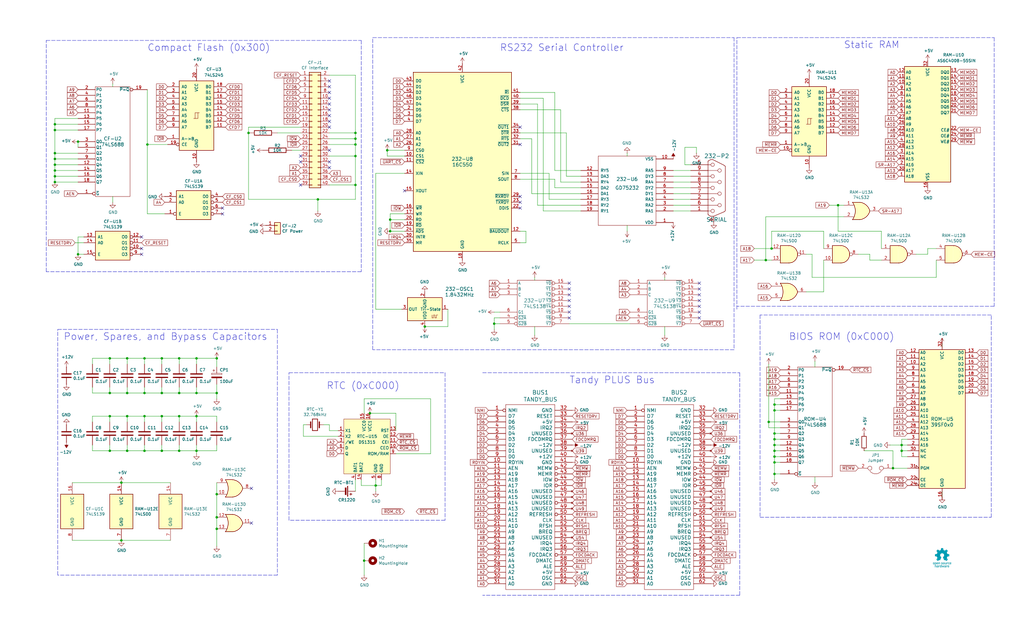
<source format=kicad_sch>
(kicad_sch (version 20250114) (generator "eeschema") (generator_version "9.0")
  (paper "User" 450.012 280.01)
  (title_block (title "Tandy 1000 EX/HX 4-in-1 Upgrade - SMD Version") (date "2020-03-15") (rev "3.1") (company "Rob Krenicki") (comment 1 "OSHW - Creative Commons Attribution ShareAlike 3.0") (comment 2 "Derrived from designs by:  Sergey Kiselev, James Pearce, Adrian Black"))
  (text "Compact Flash (0x300)" (at 64.77 22.86 0) (effects (font (size 2.9972 2.9972)) (justify left bottom)))
  (text "RTC (0xC000)" (at 143.51 171.45 0) (effects (font (size 3.048 3.048)) (justify left bottom)))
  (text "RS232 Serial Controller" (at 219.71 22.86 0) (effects (font (size 2.9972 2.9972)) (justify left bottom)))
  (text "Static RAM" (at 370.84 21.59 0) (effects (font (size 2.9972 2.9972)) (justify left bottom)))
  (text "Tandy PLUS Bus" (at 250.19 168.91 0) (effects (font (size 3.048 3.048)) (justify left bottom)))
  (text "BIOS ROM (0xC000)" (at 346.71 149.86 0) (effects (font (size 3.048 3.048)) (justify left bottom)))
  (text "Power, Spares, and Bypass Capacitors" (at 27.94 149.86 0) (effects (font (size 3.048 3.048)) (justify left bottom)))
  (junction (at 55.88 157.48))
  (junction (at 53.34 212.09))
  (junction (at 156.21 58.42))
  (junction (at 24.13 69.85))
  (junction (at 170.18 66.04))
  (junction (at 95.25 172.72))
  (junction (at 368.3 90.17))
  (junction (at 48.26 182.88))
  (junction (at 24.13 67.31))
  (junction (at 392.43 205.74))
  (junction (at 63.5 182.88))
  (junction (at 34.29 111.76))
  (junction (at 95.25 227.33))
  (junction (at 53.34 237.49))
  (junction (at 171.45 96.52))
  (junction (at 109.22 58.42))
  (junction (at 396.24 198.12))
  (junction (at 78.74 198.12))
  (junction (at 48.26 198.12))
  (junction (at 55.88 198.12))
  (junction (at 78.74 182.88))
  (junction (at 396.24 195.58))
  (junction (at 340.36 177.8))
  (junction (at 156.21 63.5))
  (junction (at 340.36 195.58))
  (junction (at 55.88 182.88))
  (junction (at 162.56 181.61))
  (junction (at 24.13 80.01))
  (junction (at 71.12 172.72))
  (junction (at 86.36 182.88))
  (junction (at 71.12 157.48))
  (junction (at 34.29 62.23))
  (junction (at 24.13 74.93))
  (junction (at 340.36 193.04))
  (junction (at 24.13 72.39))
  (junction (at 340.36 198.12))
  (junction (at 95.25 157.48))
  (junction (at 24.13 77.47))
  (junction (at 340.36 180.34))
  (junction (at 340.36 203.2))
  (junction (at 156.21 68.58))
  (junction (at 336.55 114.3))
  (junction (at 48.26 172.72))
  (junction (at 340.36 190.5))
  (junction (at 71.12 198.12))
  (junction (at 95.25 232.41))
  (junction (at 156.21 81.28))
  (junction (at 340.36 208.28))
  (junction (at 340.36 200.66))
  (junction (at 139.7 87.63))
  (junction (at 24.13 57.15))
  (junction (at 86.36 198.12))
  (junction (at 337.82 185.42))
  (junction (at 186.69 143.51))
  (junction (at 165.1 213.36))
  (junction (at 171.45 101.6))
  (junction (at 78.74 157.48))
  (junction (at 156.21 60.96))
  (junction (at 55.88 172.72))
  (junction (at 63.5 157.48))
  (junction (at 63.5 172.72))
  (junction (at 86.36 172.72))
  (junction (at 64.77 63.5))
  (junction (at 217.17 142.24))
  (junction (at 160.02 246.38))
  (junction (at 63.5 198.12))
  (junction (at 71.12 182.88))
  (junction (at 78.74 172.72))
  (junction (at 86.36 157.48))
  (junction (at 95.25 217.17))
  (junction (at 339.09 109.22))
  (junction (at 24.13 54.61))
  (junction (at 48.26 157.48))
  (no_connect (at 144.78 53.34))
  (no_connect (at 144.78 48.26))
  (no_connect (at 144.78 73.66))
  (no_connect (at 250.19 134.62))
  (no_connect (at 228.6 86.36))
  (no_connect (at 97.79 93.98))
  (no_connect (at 307.34 137.16))
  (no_connect (at 144.78 71.12))
  (no_connect (at 97.79 91.44))
  (no_connect (at 228.6 88.9))
  (no_connect (at 228.6 91.44))
  (no_connect (at 144.78 40.64))
  (no_connect (at 132.08 71.12))
  (no_connect (at 144.78 45.72))
  (no_connect (at 144.78 43.18))
  (no_connect (at 307.34 124.46))
  (no_connect (at 307.34 132.08))
  (no_connect (at 144.78 66.04))
  (no_connect (at 250.19 139.7))
  (no_connect (at 177.8 83.82))
  (no_connect (at 250.19 127))
  (no_connect (at 144.78 38.1))
  (no_connect (at 62.23 111.76))
  (no_connect (at 144.78 50.8))
  (no_connect (at 110.49 214.63))
  (no_connect (at 250.19 137.16))
  (no_connect (at 250.19 132.08))
  (no_connect (at 307.34 129.54))
  (no_connect (at 144.78 55.88))
  (no_connect (at 132.08 81.28))
  (no_connect (at 144.78 35.56))
  (no_connect (at 307.34 127))
  (no_connect (at 228.6 55.88))
  (no_connect (at 250.19 129.54))
  (no_connect (at 62.23 109.22))
  (no_connect (at 110.49 229.87))
  (no_connect (at 228.6 63.5))
  (no_connect (at 307.34 134.62))
  (no_connect (at 307.34 139.7))
  (no_connect (at 250.19 124.46))
  (no_connect (at 132.08 68.58))
  (no_connect (at 62.23 104.14))
  (wire (pts (xy 95.25 161.29) (xy 95.25 157.48)))
  (wire (pts (xy 398.78 198.12) (xy 396.24 198.12)))
  (wire (pts (xy 414.02 215.9) (xy 414.02 218.44)))
  (wire (pts (xy 24.13 72.39) (xy 24.13 74.93)))
  (wire (pts (xy 24.13 52.07) (xy 24.13 54.61)))
  (wire (pts (xy 55.88 172.72) (xy 55.88 170.18)))
  (wire (pts (xy 295.91 77.47) (xy 303.53 77.47)))
  (wire (pts (xy 342.9 185.42) (xy 337.82 185.42)))
  (wire (pts (xy 255.27 85.09) (xy 233.68 85.09)))
  (wire (pts (xy 246.38 80.01) (xy 246.38 48.26)))
  (wire (pts (xy 342.9 198.12) (xy 340.36 198.12)))
  (wire (pts (xy 396.24 193.04) (xy 398.78 193.04)))
  (wire (pts (xy 63.5 198.12) (xy 63.5 195.58)))
  (wire (pts (xy 361.95 101.6) (xy 361.95 109.22)))
  (wire (pts (xy 144.78 189.23) (xy 148.59 189.23)))
  (wire (pts (xy 156.21 68.58) (xy 156.21 63.5)))
  (wire (pts (xy 156.21 81.28) (xy 144.78 81.28)))
  (wire (pts (xy 36.83 104.14) (xy 34.29 104.14)))
  (wire (pts (xy 34.29 104.14) (xy 34.29 111.76)))
  (wire (pts (xy 165.1 135.89) (xy 176.53 135.89)))
  (wire (pts (xy 238.76 43.18) (xy 228.6 43.18)))
  (wire (pts (xy 189.23 175.26) (xy 189.23 199.39)))
  (wire (pts (xy 233.68 85.09) (xy 233.68 60.96)))
  (wire (pts (xy 407.67 111.76) (xy 407.67 109.22)))
  (wire (pts (xy 34.29 52.07) (xy 24.13 52.07)))
  (wire (pts (xy 55.88 157.48) (xy 63.5 157.48)))
  (wire (pts (xy 64.77 39.37) (xy 64.77 63.5)))
  (wire (pts (xy 170.18 68.58) (xy 170.18 66.04)))
  (wire (pts (xy 173.99 189.23) (xy 173.99 181.61)))
  (wire (pts (xy 217.17 139.7) (xy 219.71 139.7)))
  (wire (pts (xy 292.1 147.32) (xy 292.1 143.51)))
  (wire (pts (xy 165.1 213.36) (xy 165.1 210.82)))
  (wire (pts (xy 71.12 157.48) (xy 78.74 157.48)))
  (wire (pts (xy 379.73 198.12) (xy 392.43 198.12)))
  (wire (pts (xy 189.23 199.39) (xy 173.99 199.39)))
  (wire (pts (xy 340.36 177.8) (xy 340.36 175.26)))
  (wire (pts (xy 336.55 114.3) (xy 339.09 114.3)))
  (wire (pts (xy 24.13 80.01) (xy 34.29 80.01)))
  (wire (pts (xy 78.74 198.12) (xy 78.74 195.58)))
  (wire (pts (xy 156.21 215.9) (xy 156.21 210.82)))
  (wire (pts (xy 86.36 198.12) (xy 78.74 198.12)))
  (wire (pts (xy 144.78 63.5) (xy 156.21 63.5)))
  (wire (pts (xy 48.26 172.72) (xy 55.88 172.72)))
  (wire (pts (xy 49.53 38.1) (xy 49.53 36.83)))
  (wire (pts (xy 340.36 180.34) (xy 340.36 177.8)))
  (wire (pts (xy 337.82 185.42) (xy 337.82 187.96)))
  (wire (pts (xy 78.74 172.72) (xy 78.74 170.18)))
  (wire (pts (xy 95.25 217.17) (xy 95.25 227.33)))
  (wire (pts (xy 95.25 175.26) (xy 95.25 172.72)))
  (polyline (pts (xy 325.12 261.62) (xy 212.09 261.62)) (stroke (width 0) (type dash)))
  (wire (pts (xy 402.59 111.76) (xy 407.67 111.76)))
  (polyline (pts (xy 25.4 252.73) (xy 25.4 144.78)) (stroke (width 0) (type dash)))
  (wire (pts (xy 48.26 157.48) (xy 55.88 157.48)))
  (wire (pts (xy 63.5 157.48) (xy 63.5 160.02)))
  (wire (pts (xy 34.29 57.15) (xy 24.13 57.15)))
  (wire (pts (xy 295.91 92.71) (xy 303.53 92.71)))
  (wire (pts (xy 342.9 208.28) (xy 340.36 208.28)))
  (wire (pts (xy 34.29 67.31) (xy 24.13 67.31)))
  (wire (pts (xy 48.26 157.48) (xy 48.26 160.02)))
  (wire (pts (xy 95.25 198.12) (xy 86.36 198.12)))
  (wire (pts (xy 132.08 55.88) (xy 109.22 55.88)))
  (wire (pts (xy 24.13 69.85) (xy 24.13 72.39)))
  (wire (pts (xy 34.29 74.93) (xy 24.13 74.93)))
  (wire (pts (xy 219.71 142.24) (xy 217.17 142.24)))
  (wire (pts (xy 109.22 55.88) (xy 109.22 58.42)))
  (wire (pts (xy 234.95 121.92) (xy 234.95 123.19)))
  (polyline (pts (xy 435.61 138.43) (xy 334.01 138.43)) (stroke (width 0) (type dash)))
  (polyline (pts (xy 163.83 153.67) (xy 163.83 16.51)) (stroke (width 0) (type dash)))
  (wire (pts (xy 71.12 157.48) (xy 71.12 160.02)))
  (wire (pts (xy 303.53 74.93) (xy 295.91 74.93)))
  (wire (pts (xy 171.45 101.6) (xy 171.45 96.52)))
  (wire (pts (xy 165.1 76.2) (xy 177.8 76.2)))
  (wire (pts (xy 165.1 213.36) (xy 158.75 213.36)))
  (wire (pts (xy 144.78 68.58) (xy 156.21 68.58)))
  (wire (pts (xy 336.55 114.3) (xy 336.55 95.25)))
  (polyline (pts (xy 322.58 153.67) (xy 163.83 153.67)) (stroke (width 0) (type dash)))
  (wire (pts (xy 156.21 87.63) (xy 156.21 81.28)))
  (polyline (pts (xy 163.83 16.51) (xy 322.58 16.51)) (stroke (width 0) (type dash)))
  (wire (pts (xy 78.74 182.88) (xy 86.36 182.88)))
  (wire (pts (xy 71.12 182.88) (xy 78.74 182.88)))
  (wire (pts (xy 339.09 109.22) (xy 339.09 101.6)))
  (wire (pts (xy 342.9 190.5) (xy 340.36 190.5)))
  (wire (pts (xy 368.3 90.17) (xy 368.3 101.6)))
  (wire (pts (xy 156.21 81.28) (xy 156.21 68.58)))
  (wire (pts (xy 86.36 172.72) (xy 78.74 172.72)))
  (wire (pts (xy 63.5 182.88) (xy 71.12 182.88)))
  (wire (pts (xy 144.78 186.69) (xy 144.78 189.23)))
  (polyline (pts (xy 158.75 119.38) (xy 20.32 119.38)) (stroke (width 0) (type dash)))
  (polyline (pts (xy 212.09 163.83) (xy 325.12 163.83)) (stroke (width 0) (type dash)))
  (wire (pts (xy 171.45 96.52) (xy 177.8 96.52)))
  (wire (pts (xy 243.84 40.64) (xy 228.6 40.64)))
  (wire (pts (xy 55.88 157.48) (xy 55.88 160.02)))
  (wire (pts (xy 95.25 195.58) (xy 95.25 198.12)))
  (wire (pts (xy 109.22 87.63) (xy 139.7 87.63)))
  (polyline (pts (xy 121.92 144.78) (xy 121.92 252.73)) (stroke (width 0) (type dash)))
  (wire (pts (xy 342.9 203.2) (xy 340.36 203.2)))
  (wire (pts (xy 55.88 182.88) (xy 55.88 185.42)))
  (wire (pts (xy 354.33 128.27) (xy 361.95 128.27)))
  (wire (pts (xy 396.24 200.66) (xy 398.78 200.66)))
  (wire (pts (xy 95.25 168.91) (xy 95.25 172.72)))
  (wire (pts (xy 255.27 87.63) (xy 241.3 87.63)))
  (polyline (pts (xy 20.32 17.78) (xy 158.75 17.78)) (stroke (width 0) (type dash)))
  (wire (pts (xy 396.24 195.58) (xy 396.24 198.12)))
  (wire (pts (xy 156.21 58.42) (xy 156.21 33.02)))
  (wire (pts (xy 139.7 87.63) (xy 139.7 92.71)))
  (wire (pts (xy 24.13 67.31) (xy 24.13 69.85)))
  (wire (pts (xy 255.27 74.93) (xy 243.84 74.93)))
  (polyline (pts (xy 127 163.83) (xy 195.58 163.83)) (stroke (width 0) (type dash)))
  (wire (pts (xy 24.13 77.47) (xy 24.13 80.01)))
  (wire (pts (xy 53.34 212.09) (xy 31.75 212.09)))
  (wire (pts (xy 255.27 80.01) (xy 246.38 80.01)))
  (polyline (pts (xy 323.85 135.89) (xy 323.85 16.51)) (stroke (width 0) (type dash)))
  (wire (pts (xy 300.99 64.77) (xy 300.99 72.39)))
  (wire (pts (xy 40.64 170.18) (xy 40.64 172.72)))
  (wire (pts (xy 133.35 191.77) (xy 148.59 191.77)))
  (wire (pts (xy 171.45 93.98) (xy 177.8 93.98)))
  (wire (pts (xy 34.29 111.76) (xy 36.83 111.76)))
  (wire (pts (xy 78.74 185.42) (xy 78.74 182.88)))
  (wire (pts (xy 414.02 151.13) (xy 414.02 152.4)))
  (wire (pts (xy 63.5 172.72) (xy 55.88 172.72)))
  (wire (pts (xy 160.02 181.61) (xy 160.02 175.26)))
  (wire (pts (xy 86.36 182.88) (xy 95.25 182.88)))
  (wire (pts (xy 40.64 198.12) (xy 40.64 195.58)))
  (wire (pts (xy 331.47 109.22) (xy 339.09 109.22)))
  (wire (pts (xy 139.7 87.63) (xy 156.21 87.63)))
  (wire (pts (xy 217.17 142.24) (xy 217.17 139.7)))
  (wire (pts (xy 63.5 172.72) (xy 63.5 170.18)))
  (wire (pts (xy 411.48 114.3) (xy 411.48 121.92)))
  (wire (pts (xy 339.09 101.6) (xy 361.95 101.6)))
  (polyline (pts (xy 436.88 16.51) (xy 436.88 134.62)) (stroke (width 0) (type dash)))
  (wire (pts (xy 133.35 191.77) (xy 133.35 186.69)))
  (wire (pts (xy 234.95 147.32) (xy 234.95 143.51)))
  (polyline (pts (xy 325.12 163.83) (xy 325.12 261.62)) (stroke (width 0) (type dash)))
  (wire (pts (xy 63.5 157.48) (xy 71.12 157.48)))
  (wire (pts (xy 356.87 121.92) (xy 411.48 121.92)))
  (wire (pts (xy 78.74 172.72) (xy 71.12 172.72)))
  (wire (pts (xy 86.36 170.18) (xy 86.36 172.72)))
  (wire (pts (xy 144.78 33.02) (xy 156.21 33.02)))
  (wire (pts (xy 292.1 121.92) (xy 292.1 123.19)))
  (wire (pts (xy 356.87 111.76) (xy 356.87 121.92)))
  (wire (pts (xy 24.13 54.61) (xy 24.13 57.15)))
  (wire (pts (xy 24.13 57.15) (xy 24.13 67.31)))
  (wire (pts (xy 255.27 82.55) (xy 243.84 82.55)))
  (polyline (pts (xy 322.58 16.51) (xy 322.58 153.67)) (stroke (width 0) (type dash)))
  (wire (pts (xy 165.1 135.89) (xy 165.1 76.2)))
  (wire (pts (xy 233.68 60.96) (xy 228.6 60.96)))
  (wire (pts (xy 407.67 109.22) (xy 411.48 109.22)))
  (wire (pts (xy 303.53 85.09) (xy 295.91 85.09)))
  (wire (pts (xy 173.99 181.61) (xy 162.56 181.61)))
  (wire (pts (xy 33.02 106.68) (xy 36.83 106.68)))
  (wire (pts (xy 71.12 172.72) (xy 63.5 172.72)))
  (wire (pts (xy 342.9 180.34) (xy 340.36 180.34)))
  (wire (pts (xy 342.9 177.8) (xy 340.36 177.8)))
  (wire (pts (xy 336.55 95.25) (xy 370.84 95.25)))
  (wire (pts (xy 55.88 182.88) (xy 63.5 182.88)))
  (wire (pts (xy 364.49 90.17) (xy 368.3 90.17)))
  (wire (pts (xy 243.84 74.93) (xy 243.84 40.64)))
  (wire (pts (xy 63.5 182.88) (xy 63.5 185.42)))
  (wire (pts (xy 342.9 195.58) (xy 340.36 195.58)))
  (wire (pts (xy 186.69 143.51) (xy 196.85 143.51)))
  (wire (pts (xy 275.59 101.6) (xy 275.59 99.06)))
  (wire (pts (xy 396.24 195.58) (xy 398.78 195.58)))
  (wire (pts (xy 55.88 198.12) (xy 48.26 198.12)))
  (wire (pts (xy 40.64 182.88) (xy 48.26 182.88)))
  (wire (pts (xy 196.85 143.51) (xy 196.85 135.89)))
  (wire (pts (xy 73.66 63.5) (xy 64.77 63.5)))
  (wire (pts (xy 248.92 58.42) (xy 228.6 58.42)))
  (wire (pts (xy 250.19 142.24) (xy 276.86 142.24)))
  (wire (pts (xy 78.74 198.12) (xy 71.12 198.12)))
  (wire (pts (xy 86.36 172.72) (xy 95.25 172.72)))
  (wire (pts (xy 217.17 144.78) (xy 217.17 142.24)))
  (polyline (pts (xy 25.4 144.78) (xy 121.92 144.78)) (stroke (width 0) (type dash)))
  (wire (pts (xy 236.22 45.72) (xy 228.6 45.72)))
  (wire (pts (xy 340.36 190.5) (xy 340.36 193.04)))
  (wire (pts (xy 48.26 182.88) (xy 55.88 182.88)))
  (wire (pts (xy 109.22 58.42) (xy 109.22 87.63)))
  (wire (pts (xy 340.36 193.04) (xy 340.36 195.58)))
  (wire (pts (xy 228.6 101.6) (xy 231.14 101.6)))
  (wire (pts (xy 340.36 203.2) (xy 340.36 208.28)))
  (wire (pts (xy 219.71 137.16) (xy 217.17 137.16)))
  (wire (pts (xy 71.12 198.12) (xy 63.5 198.12)))
  (wire (pts (xy 303.53 80.01) (xy 295.91 80.01)))
  (wire (pts (xy 165.1 215.9) (xy 165.1 213.36)))
  (polyline (pts (xy 334.01 227.33) (xy 435.61 227.33)) (stroke (width 0) (type dash)))
  (wire (pts (xy 228.6 106.68) (xy 231.14 106.68)))
  (wire (pts (xy 382.27 114.3) (xy 382.27 111.76)))
  (wire (pts (xy 177.8 66.04) (xy 170.18 66.04)))
  (polyline (pts (xy 195.58 228.6) (xy 127 228.6)) (stroke (width 0) (type dash)))
  (wire (pts (xy 342.9 193.04) (xy 340.36 193.04)))
  (wire (pts (xy 248.92 77.47) (xy 248.92 58.42)))
  (wire (pts (xy 246.38 48.26) (xy 228.6 48.26)))
  (wire (pts (xy 86.36 157.48) (xy 86.36 160.02)))
  (wire (pts (xy 34.29 54.61) (xy 24.13 54.61)))
  (wire (pts (xy 48.26 198.12) (xy 40.64 198.12)))
  (wire (pts (xy 160.02 252.73) (xy 160.02 246.38)))
  (wire (pts (xy 368.3 101.6) (xy 387.35 101.6)))
  (wire (pts (xy 275.59 67.31) (xy 275.59 68.58)))
  (wire (pts (xy 340.36 198.12) (xy 340.36 200.66)))
  (wire (pts (xy 241.3 87.63) (xy 241.3 76.2)))
  (wire (pts (xy 255.27 77.47) (xy 248.92 77.47)))
  (wire (pts (xy 121.92 58.42) (xy 132.08 58.42)))
  (wire (pts (xy 74.93 212.09) (xy 53.34 212.09)))
  (wire (pts (xy 55.88 198.12) (xy 55.88 195.58)))
  (wire (pts (xy 34.29 77.47) (xy 24.13 77.47)))
  (polyline (pts (xy 195.58 163.83) (xy 195.58 228.6)) (stroke (width 0) (type dash)))
  (wire (pts (xy 40.64 157.48) (xy 48.26 157.48)))
  (wire (pts (xy 95.25 212.09) (xy 95.25 217.17)))
  (wire (pts (xy 48.26 195.58) (xy 48.26 198.12)))
  (wire (pts (xy 133.35 186.69) (xy 134.62 186.69)))
  (wire (pts (xy 342.9 200.66) (xy 340.36 200.66)))
  (wire (pts (xy 71.12 182.88) (xy 71.12 185.42)))
  (wire (pts (xy 40.64 185.42) (xy 40.64 182.88)))
  (wire (pts (xy 95.25 182.88) (xy 95.25 185.42)))
  (wire (pts (xy 24.13 74.93) (xy 24.13 77.47)))
  (wire (pts (xy 95.25 227.33) (xy 95.25 232.41)))
  (wire (pts (xy 48.26 172.72) (xy 48.26 170.18)))
  (wire (pts (xy 358.14 158.75) (xy 358.14 161.29)))
  (wire (pts (xy 368.3 90.17) (xy 370.84 90.17)))
  (wire (pts (xy 142.24 186.69) (xy 144.78 186.69)))
  (wire (pts (xy 295.91 87.63) (xy 303.53 87.63)))
  (wire (pts (xy 63.5 198.12) (xy 55.88 198.12)))
  (wire (pts (xy 340.36 180.34) (xy 340.36 190.5)))
  (wire (pts (xy 156.21 63.5) (xy 156.21 60.96)))
  (wire (pts (xy 40.64 157.48) (xy 40.64 160.02)))
  (wire (pts (xy 71.12 198.12) (xy 71.12 195.58)))
  (wire (pts (xy 391.16 195.58) (xy 396.24 195.58)))
  (wire (pts (xy 392.43 205.74) (xy 398.78 205.74)))
  (wire (pts (xy 295.91 82.55) (xy 303.53 82.55)))
  (wire (pts (xy 396.24 198.12) (xy 396.24 200.66)))
  (wire (pts (xy 238.76 92.71) (xy 238.76 43.18)))
  (wire (pts (xy 243.84 78.74) (xy 228.6 78.74)))
  (wire (pts (xy 86.36 185.42) (xy 86.36 182.88)))
  (wire (pts (xy 64.77 93.98) (xy 72.39 93.98)))
  (polyline (pts (xy 127 228.6) (xy 127 163.83)) (stroke (width 0) (type dash)))
  (polyline (pts (xy 435.61 227.33) (xy 435.61 138.43)) (stroke (width 0) (type dash)))
  (wire (pts (xy 331.47 114.3) (xy 336.55 114.3)))
  (wire (pts (xy 340.36 175.26) (xy 342.9 175.26)))
  (wire (pts (xy 86.36 157.48) (xy 95.25 157.48)))
  (wire (pts (xy 236.22 90.17) (xy 236.22 45.72)))
  (wire (pts (xy 340.36 208.28) (xy 340.36 210.82)))
  (wire (pts (xy 382.27 111.76) (xy 377.19 111.76)))
  (wire (pts (xy 387.35 109.22) (xy 387.35 101.6)))
  (polyline (pts (xy 20.32 119.38) (xy 20.32 17.78)) (stroke (width 0) (type dash)))
  (wire (pts (xy 78.74 157.48) (xy 78.74 160.02)))
  (polyline (pts (xy 436.88 134.62) (xy 323.85 134.62)) (stroke (width 0) (type dash)))
  (wire (pts (xy 177.8 68.58) (xy 170.18 68.58)))
  (wire (pts (xy 243.84 82.55) (xy 243.84 78.74)))
  (wire (pts (xy 361.95 114.3) (xy 361.95 128.27)))
  (wire (pts (xy 53.34 237.49) (xy 74.93 237.49)))
  (polyline (pts (xy 334.01 138.43) (xy 334.01 227.33)) (stroke (width 0) (type dash)))
  (polyline (pts (xy 323.85 16.51) (xy 436.88 16.51)) (stroke (width 0) (type dash)))
  (wire (pts (xy 86.36 198.12) (xy 86.36 195.58)))
  (wire (pts (xy 340.36 200.66) (xy 340.36 203.2)))
  (wire (pts (xy 177.8 101.6) (xy 171.45 101.6)))
  (wire (pts (xy 337.82 187.96) (xy 342.9 187.96)))
  (wire (pts (xy 300.99 72.39) (xy 303.53 72.39)))
  (wire (pts (xy 354.33 111.76) (xy 356.87 111.76)))
  (wire (pts (xy 241.3 76.2) (xy 228.6 76.2)))
  (wire (pts (xy 34.29 62.23) (xy 34.29 64.77)))
  (wire (pts (xy 295.91 90.17) (xy 303.53 90.17)))
  (wire (pts (xy 71.12 172.72) (xy 71.12 170.18)))
  (wire (pts (xy 48.26 172.72) (xy 40.64 172.72)))
  (wire (pts (xy 165.1 213.36) (xy 167.64 213.36)))
  (wire (pts (xy 144.78 60.96) (xy 156.21 60.96)))
  (wire (pts (xy 306.07 67.31) (xy 306.07 64.77)))
  (wire (pts (xy 48.26 182.88) (xy 48.26 185.42)))
  (wire (pts (xy 64.77 63.5) (xy 64.77 93.98)))
  (wire (pts (xy 160.02 246.38) (xy 160.02 238.76)))
  (wire (pts (xy 128.27 66.04) (xy 132.08 66.04)))
  (wire (pts (xy 167.64 213.36) (xy 167.64 210.82)))
  (wire (pts (xy 86.36 199.39) (xy 86.36 198.12)))
  (wire (pts (xy 31.75 237.49) (xy 53.34 237.49)))
  (wire (pts (xy 306.07 64.77) (xy 300.99 64.77)))
  (wire (pts (xy 255.27 90.17) (xy 236.22 90.17)))
  (wire (pts (xy 392.43 198.12) (xy 392.43 205.74)))
  (wire (pts (xy 95.25 232.41) (xy 95.25 240.03)))
  (wire (pts (xy 158.75 213.36) (xy 158.75 210.82)))
  (wire (pts (xy 231.14 101.6) (xy 231.14 106.68)))
  (wire (pts (xy 358.14 212.09) (xy 358.14 209.55)))
  (wire (pts (xy 255.27 92.71) (xy 238.76 92.71)))
  (wire (pts (xy 171.45 96.52) (xy 171.45 93.98)))
  (wire (pts (xy 34.29 72.39) (xy 24.13 72.39)))
  (wire (pts (xy 34.29 69.85) (xy 24.13 69.85)))
  (wire (pts (xy 49.53 88.9) (xy 49.53 86.36)))
  (polyline (pts (xy 158.75 17.78) (xy 158.75 119.38)) (stroke (width 0) (type dash)))
  (wire (pts (xy 160.02 175.26) (xy 189.23 175.26)))
  (polyline (pts (xy 121.92 252.73) (xy 25.4 252.73)) (stroke (width 0) (type dash)))
  (wire (pts (xy 156.21 60.96) (xy 156.21 58.42)))
  (wire (pts (xy 340.36 195.58) (xy 340.36 198.12)))
  (wire (pts (xy 396.24 195.58) (xy 396.24 193.04)))
  (wire (pts (xy 387.35 114.3) (xy 382.27 114.3)))
  (wire (pts (xy 78.74 157.48) (xy 86.36 157.48)))
  (wire (pts (xy 337.82 160.02) (xy 337.82 185.42)))
  (wire (pts (xy 144.78 58.42) (xy 156.21 58.42)))
  (image (at 414.02 245.11))
  (global_label "~{IOR}" (shape input) (at 312.42 213.36 0) (property "Intersheetrefs" "${INTERSHEET_REFS}" (effects (hide yes))))
  (global_label "A0" (shape input) (at 177.8 58.42 180) (property "Intersheetrefs" "${INTERSHEET_REFS}" (effects (hide yes))))
  (global_label "~{MEMR}" (shape input) (at 398.78 213.36 180) (property "Intersheetrefs" "${INTERSHEET_REFS}" (effects (hide yes))))
  (global_label "~{MEMR}" (shape input) (at 312.42 208.28 0) (property "Intersheetrefs" "${INTERSHEET_REFS}" (effects (hide yes))))
  (global_label "~{ROM_CS}" (shape input) (at 398.78 210.82 180) (property "Intersheetrefs" "${INTERSHEET_REFS}" (effects (hide yes))))
  (global_label "REFRESH" (shape input) (at 312.42 226.06 0) (property "Intersheetrefs" "${INTERSHEET_REFS}" (effects (hide yes))))
  (global_label "D3" (shape input) (at 214.63 193.04 180) (property "Intersheetrefs" "${INTERSHEET_REFS}" (effects (hide yes))))
  (global_label "A5" (shape input) (at 276.86 137.16 180) (property "Intersheetrefs" "${INTERSHEET_REFS}" (effects (hide yes))))
  (global_label "~{IOW}" (shape input) (at 177.8 91.44 180) (property "Intersheetrefs" "${INTERSHEET_REFS}" (effects (hide yes))))
  (global_label "MEMD2" (shape input) (at 368.3 45.72 0) (property "Intersheetrefs" "${INTERSHEET_REFS}" (effects (hide yes))))
  (global_label "A6" (shape input) (at 214.63 241.3 180) (property "Intersheetrefs" "${INTERSHEET_REFS}" (effects (hide yes))))
  (global_label "~{IOW}" (shape input) (at 132.08 60.96 180) (property "Intersheetrefs" "${INTERSHEET_REFS}" (effects (hide yes))))
  (global_label "A17" (shape input) (at 342.9 167.64 180) (property "Intersheetrefs" "${INTERSHEET_REFS}" (effects (hide yes))))
  (global_label "A8" (shape input) (at 275.59 236.22 180) (property "Intersheetrefs" "${INTERSHEET_REFS}" (effects (hide yes))))
  (global_label "CFD5" (shape input) (at 99.06 50.8 0) (property "Intersheetrefs" "${INTERSHEET_REFS}" (effects (hide yes))))
  (global_label "~{UART_CS}" (shape input) (at 307.34 142.24 0) (property "Intersheetrefs" "${INTERSHEET_REFS}" (effects (hide yes))))
  (global_label "A19" (shape input) (at 214.63 208.28 180) (property "Intersheetrefs" "${INTERSHEET_REFS}" (effects (hide yes))))
  (global_label "A2" (shape input) (at 132.08 73.66 180) (property "Intersheetrefs" "${INTERSHEET_REFS}" (effects (hide yes))))
  (global_label "A7" (shape input) (at 398.78 172.72 180) (property "Intersheetrefs" "${INTERSHEET_REFS}" (effects (hide yes))))
  (global_label "A16" (shape input) (at 394.97 67.31 180) (property "Intersheetrefs" "${INTERSHEET_REFS}" (effects (hide yes))))
  (global_label "D6" (shape input) (at 73.66 53.34 180) (property "Intersheetrefs" "${INTERSHEET_REFS}" (effects (hide yes))))
  (global_label "CFD6" (shape input) (at 99.06 53.34 0) (property "Intersheetrefs" "${INTERSHEET_REFS}" (effects (hide yes))))
  (global_label "D6" (shape input) (at 342.9 55.88 180) (property "Intersheetrefs" "${INTERSHEET_REFS}" (effects (hide yes))))
  (global_label "MEMD0" (shape input) (at 420.37 31.75 0) (property "Intersheetrefs" "${INTERSHEET_REFS}" (effects (hide yes))))
  (global_label "MEMD7" (shape input) (at 368.3 58.42 0) (property "Intersheetrefs" "${INTERSHEET_REFS}" (effects (hide yes))))
  (global_label "CFD7" (shape input) (at 132.08 35.56 180) (property "Intersheetrefs" "${INTERSHEET_REFS}" (effects (hide yes))))
  (global_label "A2" (shape input) (at 394.97 36.83 180) (property "Intersheetrefs" "${INTERSHEET_REFS}" (effects (hide yes))))
  (global_label "D1" (shape input) (at 214.63 198.12 180) (property "Intersheetrefs" "${INTERSHEET_REFS}" (effects (hide yes))))
  (global_label "CLK" (shape input) (at 251.46 228.6 0) (property "Intersheetrefs" "${INTERSHEET_REFS}" (effects (hide yes))))
  (global_label "A17" (shape input) (at 275.59 213.36 180) (property "Intersheetrefs" "${INTERSHEET_REFS}" (effects (hide yes))))
  (global_label "DMATC" (shape input) (at 312.42 246.38 0) (property "Intersheetrefs" "${INTERSHEET_REFS}" (effects (hide yes))))
  (global_label "A5" (shape input) (at 34.29 49.53 180) (property "Intersheetrefs" "${INTERSHEET_REFS}" (effects (hide yes))))
  (global_label "MEMD7" (shape input) (at 420.37 49.53 0) (property "Intersheetrefs" "${INTERSHEET_REFS}" (effects (hide yes))))
  (global_label "A13" (shape input) (at 275.59 223.52 180) (property "Intersheetrefs" "${INTERSHEET_REFS}" (effects (hide yes))))
  (global_label "A19" (shape input) (at 342.9 162.56 180) (property "Intersheetrefs" "${INTERSHEET_REFS}" (effects (hide yes))))
  (global_label "AEN" (shape input) (at 214.63 205.74 180) (property "Intersheetrefs" "${INTERSHEET_REFS}" (effects (hide yes))))
  (global_label "A3" (shape input) (at 276.86 129.54 180) (property "Intersheetrefs" "${INTERSHEET_REFS}" (effects (hide yes))))
  (global_label "FDCDACK" (shape input) (at 312.42 243.84 0) (property "Intersheetrefs" "${INTERSHEET_REFS}" (effects (hide yes))))
  (global_label "A9" (shape input) (at 394.97 59.69 180) (property "Intersheetrefs" "${INTERSHEET_REFS}" (effects (hide yes))))
  (global_label "A0" (shape input) (at 214.63 256.54 180) (property "Intersheetrefs" "${INTERSHEET_REFS}" (effects (hide yes))))
  (global_label "U39" (shape input) (at 312.42 198.12 0) (property "Intersheetrefs" "${INTERSHEET_REFS}" (effects (hide yes))))
  (global_label "A9" (shape input) (at 398.78 177.8 180) (property "Intersheetrefs" "${INTERSHEET_REFS}" (effects (hide yes))))
  (global_label "A5" (shape input) (at 275.59 243.84 180) (property "Intersheetrefs" "${INTERSHEET_REFS}" (effects (hide yes))))
  (global_label "RESETDRV" (shape input) (at 251.46 182.88 0) (property "Intersheetrefs" "${INTERSHEET_REFS}" (effects (hide yes))))
  (global_label "A9" (shape input) (at 219.71 129.54 180) (property "Intersheetrefs" "${INTERSHEET_REFS}" (effects (hide yes))))
  (global_label "D4" (shape input) (at 73.66 48.26 180) (property "Intersheetrefs" "${INTERSHEET_REFS}" (effects (hide yes))))
  (global_label "NMI" (shape input) (at 214.63 180.34 180) (property "Intersheetrefs" "${INTERSHEET_REFS}" (effects (hide yes))))
  (global_label "~{MEMR}" (shape input) (at 251.46 208.28 0) (property "Intersheetrefs" "${INTERSHEET_REFS}" (effects (hide yes))))
  (global_label "MEMD5" (shape input) (at 368.3 53.34 0) (property "Intersheetrefs" "${INTERSHEET_REFS}" (effects (hide yes))))
  (global_label "A10" (shape input) (at 394.97 54.61 180) (property "Intersheetrefs" "${INTERSHEET_REFS}" (effects (hide yes))))
  (global_label "D0" (shape input) (at 73.66 38.1 180) (property "Intersheetrefs" "${INTERSHEET_REFS}" (effects (hide yes))))
  (global_label "A6" (shape input) (at 394.97 46.99 180) (property "Intersheetrefs" "${INTERSHEET_REFS}" (effects (hide yes))))
  (global_label "RESETDRV" (shape input) (at 177.8 106.68 180) (property "Intersheetrefs" "${INTERSHEET_REFS}" (effects (hide yes))))
  (global_label "A8" (shape input) (at 398.78 175.26 180) (property "Intersheetrefs" "${INTERSHEET_REFS}" (effects (hide yes))))
  (global_label "A0" (shape input) (at 148.59 196.85 180) (property "Intersheetrefs" "${INTERSHEET_REFS}" (effects (hide yes))))
  (global_label "~{MEMR}" (shape input) (at 342.9 63.5 180) (property "Intersheetrefs" "${INTERSHEET_REFS}" (effects (hide yes))))
  (global_label "AEN" (shape input) (at 276.86 139.7 180) (property "Intersheetrefs" "${INTERSHEET_REFS}" (effects (hide yes))))
  (global_label "~{IOW}" (shape input) (at 251.46 210.82 0) (property "Intersheetrefs" "${INTERSHEET_REFS}" (effects (hide yes))))
  (global_label "U36" (shape input) (at 312.42 190.5 0) (property "Intersheetrefs" "${INTERSHEET_REFS}" (effects (hide yes))))
  (global_label "U48" (shape input) (at 251.46 220.98 0) (property "Intersheetrefs" "${INTERSHEET_REFS}" (effects (hide yes))))
  (global_label "CFD0" (shape input) (at 99.06 38.1 0) (property "Intersheetrefs" "${INTERSHEET_REFS}" (effects (hide yes))))
  (global_label "MEMD3" (shape input) (at 420.37 39.37 0) (property "Intersheetrefs" "${INTERSHEET_REFS}" (effects (hide yes))))
  (global_label "~{MEMR}" (shape input) (at 420.37 59.69 0) (property "Intersheetrefs" "${INTERSHEET_REFS}" (effects (hide yes))))
  (global_label "A18" (shape input) (at 214.63 210.82 180) (property "Intersheetrefs" "${INTERSHEET_REFS}" (effects (hide yes))))
  (global_label "A11" (shape input) (at 214.63 228.6 180) (property "Intersheetrefs" "${INTERSHEET_REFS}" (effects (hide yes))))
  (global_label "D7" (shape input) (at 342.9 58.42 180) (property "Intersheetrefs" "${INTERSHEET_REFS}" (effects (hide yes))))
  (global_label "A1" (shape input) (at 394.97 34.29 180) (property "Intersheetrefs" "${INTERSHEET_REFS}" (effects (hide yes))))
  (global_label "SR-A17" (shape input) (at 394.97 72.39 180) (property "Intersheetrefs" "${INTERSHEET_REFS}" (effects (hide yes))))
  (global_label "A3" (shape input) (at 398.78 162.56 180) (property "Intersheetrefs" "${INTERSHEET_REFS}" (effects (hide yes))))
  (global_label "ALE" (shape input) (at 251.46 248.92 0) (property "Intersheetrefs" "${INTERSHEET_REFS}" (effects (hide yes))))
  (global_label "U39" (shape input) (at 251.46 198.12 0) (property "Intersheetrefs" "${INTERSHEET_REFS}" (effects (hide yes))))
  (global_label "D4" (shape input) (at 275.59 190.5 180) (property "Intersheetrefs" "${INTERSHEET_REFS}" (effects (hide yes))))
  (global_label "U47" (shape input) (at 251.46 218.44 0) (property "Intersheetrefs" "${INTERSHEET_REFS}" (effects (hide yes))))
  (global_label "A16" (shape input) (at 342.9 170.18 180) (property "Intersheetrefs" "${INTERSHEET_REFS}" (effects (hide yes))))
  (global_label "CF_CS0" (shape input) (at 97.79 86.36 0) (property "Intersheetrefs" "${INTERSHEET_REFS}" (effects (hide yes))))
  (global_label "D3" (shape input) (at 177.8 43.18 180) (property "Intersheetrefs" "${INTERSHEET_REFS}" (effects (hide yes))))
  (global_label "D2" (shape input) (at 73.66 43.18 180) (property "Intersheetrefs" "${INTERSHEET_REFS}" (effects (hide yes))))
  (global_label "A7" (shape input) (at 394.97 49.53 180) (property "Intersheetrefs" "${INTERSHEET_REFS}" (effects (hide yes))))
  (global_label "FDCDMRQ" (shape input) (at 251.46 193.04 0) (property "Intersheetrefs" "${INTERSHEET_REFS}" (effects (hide yes))))
  (global_label "A1" (shape input) (at 132.08 76.2 180) (property "Intersheetrefs" "${INTERSHEET_REFS}" (effects (hide yes))))
  (global_label "BREQ" (shape input) (at 312.42 233.68 0) (property "Intersheetrefs" "${INTERSHEET_REFS}" (effects (hide yes))))
  (global_label "A16" (shape input) (at 275.59 215.9 180) (property "Intersheetrefs" "${INTERSHEET_REFS}" (effects (hide yes))))
  (global_label "D6" (shape input) (at 275.59 185.42 180) (property "Intersheetrefs" "${INTERSHEET_REFS}" (effects (hide yes))))
  (global_label "~{UART_CS}" (shape input) (at 177.8 71.12 180) (property "Intersheetrefs" "${INTERSHEET_REFS}" (effects (hide yes))))
  (global_label "D1" (shape input) (at 429.26 157.48 0) (property "Intersheetrefs" "${INTERSHEET_REFS}" (effects (hide yes))))
  (global_label "A10" (shape input) (at 398.78 180.34 180) (property "Intersheetrefs" "${INTERSHEET_REFS}" (effects (hide yes))))
  (global_label "A14" (shape input) (at 275.59 220.98 180) (property "Intersheetrefs" "${INTERSHEET_REFS}" (effects (hide yes))))
  (global_label "MEM-CE" (shape input) (at 426.72 111.76 0) (property "Intersheetrefs" "${INTERSHEET_REFS}" (effects (hide yes))))
  (global_label "A9" (shape input) (at 34.29 39.37 180) (property "Intersheetrefs" "${INTERSHEET_REFS}" (effects (hide yes))))
  (global_label "D5" (shape input) (at 177.8 48.26 180) (property "Intersheetrefs" "${INTERSHEET_REFS}" (effects (hide yes))))
  (global_label "A15" (shape input) (at 275.59 218.44 180) (property "Intersheetrefs" "${INTERSHEET_REFS}" (effects (hide yes))))
  (global_label "A2" (shape input) (at 148.59 194.31 180) (property "Intersheetrefs" "${INTERSHEET_REFS}" (effects (hide yes))))
  (global_label "MEMD3" (shape input) (at 368.3 48.26 0) (property "Intersheetrefs" "${INTERSHEET_REFS}" (effects (hide yes))))
  (global_label "IRQ2" (shape input) (at 251.46 187.96 0) (property "Intersheetrefs" "${INTERSHEET_REFS}" (effects (hide yes))))
  (global_label "D2" (shape input) (at 429.26 160.02 0) (property "Intersheetrefs" "${INTERSHEET_REFS}" (effects (hide yes))))
  (global_label "U49" (shape input) (at 251.46 223.52 0) (property "Intersheetrefs" "${INTERSHEET_REFS}" (effects (hide yes))))
  (global_label "U47" (shape input) (at 312.42 218.44 0) (property "Intersheetrefs" "${INTERSHEET_REFS}" (effects (hide yes))))
  (global_label "NMI" (shape input) (at 275.59 180.34 180) (property "Intersheetrefs" "${INTERSHEET_REFS}" (effects (hide yes))))
  (global_label "D0" (shape input) (at 429.26 154.94 0) (property "Intersheetrefs" "${INTERSHEET_REFS}" (effects (hide yes))))
  (global_label "U48" (shape input) (at 312.42 220.98 0) (property "Intersheetrefs" "${INTERSHEET_REFS}" (effects (hide yes))))
  (global_label "CFD5" (shape input) (at 132.08 40.64 180) (property "Intersheetrefs" "${INTERSHEET_REFS}" (effects (hide yes))))
  (global_label "D0" (shape input) (at 177.8 35.56 180) (property "Intersheetrefs" "${INTERSHEET_REFS}" (effects (hide yes))))
  (global_label "AEN" (shape input) (at 275.59 205.74 180) (property "Intersheetrefs" "${INTERSHEET_REFS}" (effects (hide yes))))
  (global_label "A4" (shape input) (at 72.39 88.9 180) (property "Intersheetrefs" "${INTERSHEET_REFS}" (effects (hide yes))))
  (global_label "FDCDACK" (shape input) (at 251.46 243.84 0) (property "Intersheetrefs" "${INTERSHEET_REFS}" (effects (hide yes))))
  (global_label "RESETDRV" (shape input) (at 33.02 106.68 180) (property "Intersheetrefs" "${INTERSHEET_REFS}" (effects (hide yes))))
  (global_label "A4" (shape input) (at 276.86 127 180) (property "Intersheetrefs" "${INTERSHEET_REFS}" (effects (hide yes))))
  (global_label "D5" (shape input) (at 214.63 187.96 180) (property "Intersheetrefs" "${INTERSHEET_REFS}" (effects (hide yes))))
  (global_label "CF_RESET" (shape input) (at 132.08 33.02 180) (property "Intersheetrefs" "${INTERSHEET_REFS}" (effects (hide yes))))
  (global_label "AEN" (shape input) (at 34.29 85.09 180) (property "Intersheetrefs" "${INTERSHEET_REFS}" (effects (hide yes))))
  (global_label "A14" (shape input) (at 394.97 69.85 180) (property "Intersheetrefs" "${INTERSHEET_REFS}" (effects (hide yes))))
  (global_label "~{IOR}" (shape input) (at 132.08 63.5 180) (property "Intersheetrefs" "${INTERSHEET_REFS}" (effects (hide yes))))
  (global_label "A13" (shape input) (at 214.63 223.52 180) (property "Intersheetrefs" "${INTERSHEET_REFS}" (effects (hide yes))))
  (global_label "A15" (shape input) (at 339.09 130.81 180) (property "Intersheetrefs" "${INTERSHEET_REFS}" (effects (hide yes))))
  (global_label "A13" (shape input) (at 398.78 187.96 180) (property "Intersheetrefs" "${INTERSHEET_REFS}" (effects (hide yes))))
  (global_label "A8" (shape input) (at 394.97 57.15 180) (property "Intersheetrefs" "${INTERSHEET_REFS}" (effects (hide yes))))
  (global_label "D6" (shape input) (at 214.63 185.42 180) (property "Intersheetrefs" "${INTERSHEET_REFS}" (effects (hide yes))))
  (global_label "~{IOR}" (shape input) (at 73.66 60.96 180) (property "Intersheetrefs" "${INTERSHEET_REFS}" (effects (hide yes))))
  (global_label "A7" (shape input) (at 275.59 238.76 180) (property "Intersheetrefs" "${INTERSHEET_REFS}" (effects (hide yes))))
  (global_label "A10" (shape input) (at 275.59 231.14 180) (property "Intersheetrefs" "${INTERSHEET_REFS}" (effects (hide yes))))
  (global_label "MEMD6" (shape input) (at 368.3 55.88 0) (property "Intersheetrefs" "${INTERSHEET_REFS}" (effects (hide yes))))
  (global_label "D6" (shape input) (at 177.8 50.8 180) (property "Intersheetrefs" "${INTERSHEET_REFS}" (effects (hide yes))))
  (global_label "MEMD5" (shape input) (at 420.37 44.45 0) (property "Intersheetrefs" "${INTERSHEET_REFS}" (effects (hide yes))))
  (global_label "CFD0" (shape input) (at 132.08 53.34 180) (property "Intersheetrefs" "${INTERSHEET_REFS}" (effects (hide yes))))
  (global_label "A18" (shape input) (at 394.97 77.47 180) (property "Intersheetrefs" "${INTERSHEET_REFS}" (effects (hide yes))))
  (global_label "CFD1" (shape input) (at 99.06 40.64 0) (property "Intersheetrefs" "${INTERSHEET_REFS}" (effects (hide yes))))
  (global_label "A6" (shape input) (at 398.78 170.18 180) (property "Intersheetrefs" "${INTERSHEET_REFS}" (effects (hide yes))))
  (global_label "CFD4" (shape input) (at 99.06 48.26 0) (property "Intersheetrefs" "${INTERSHEET_REFS}" (effects (hide yes))))
  (global_label "A5" (shape input) (at 214.63 243.84 180) (property "Intersheetrefs" "${INTERSHEET_REFS}" (effects (hide yes))))
  (global_label "A17" (shape input) (at 214.63 213.36 180) (property "Intersheetrefs" "${INTERSHEET_REFS}" (effects (hide yes))))
  (global_label "A12" (shape input) (at 398.78 185.42 180) (property "Intersheetrefs" "${INTERSHEET_REFS}" (effects (hide yes))))
  (global_label "~{ROM_CS}" (shape input) (at 177.8 224.79 180) (property "Intersheetrefs" "${INTERSHEET_REFS}" (effects (hide yes))))
  (global_label "D2" (shape input) (at 214.63 195.58 180) (property "Intersheetrefs" "${INTERSHEET_REFS}" (effects (hide yes))))
  (global_label "RFSH" (shape input) (at 251.46 231.14 0) (property "Intersheetrefs" "${INTERSHEET_REFS}" (effects (hide yes))))
  (global_label "D1" (shape input) (at 177.8 38.1 180) (property "Intersheetrefs" "${INTERSHEET_REFS}" (effects (hide yes))))
  (global_label "MEMD4" (shape input) (at 420.37 41.91 0) (property "Intersheetrefs" "${INTERSHEET_REFS}" (effects (hide yes))))
  (global_label "IRQ2" (shape input) (at 312.42 187.96 0) (property "Intersheetrefs" "${INTERSHEET_REFS}" (effects (hide yes))))
  (global_label "A7" (shape input) (at 214.63 238.76 180) (property "Intersheetrefs" "${INTERSHEET_REFS}" (effects (hide yes))))
  (global_label "~{RTC_CS}" (shape input) (at 373.38 162.56 0) (property "Intersheetrefs" "${INTERSHEET_REFS}" (effects (hide yes))))
  (global_label "D4" (shape input) (at 214.63 190.5 180) (property "Intersheetrefs" "${INTERSHEET_REFS}" (effects (hide yes))))
  (global_label "MEMD6" (shape input) (at 420.37 46.99 0) (property "Intersheetrefs" "${INTERSHEET_REFS}" (effects (hide yes))))
  (global_label "MEM-CE" (shape input) (at 420.37 57.15 0) (property "Intersheetrefs" "${INTERSHEET_REFS}" (effects (hide yes))))
  (global_label "A15" (shape input) (at 394.97 62.23 180) (property "Intersheetrefs" "${INTERSHEET_REFS}" (effects (hide yes))))
  (global_label "CF_CS1" (shape input) (at 97.79 88.9 0) (property "Intersheetrefs" "${INTERSHEET_REFS}" (effects (hide yes))))
  (global_label "A13" (shape input) (at 394.97 74.93 180) (property "Intersheetrefs" "${INTERSHEET_REFS}" (effects (hide yes))))
  (global_label "RDYIN" (shape input) (at 275.59 203.2 180) (property "Intersheetrefs" "${INTERSHEET_REFS}" (effects (hide yes))))
  (global_label "U54" (shape input) (at 312.42 236.22 0) (property "Intersheetrefs" "${INTERSHEET_REFS}" (effects (hide yes))))
  (global_label "~{IOW}" (shape input) (at 312.42 210.82 0) (property "Intersheetrefs" "${INTERSHEET_REFS}" (effects (hide yes))))
  (global_label "A6" (shape input) (at 275.59 241.3 180) (property "Intersheetrefs" "${INTERSHEET_REFS}" (effects (hide yes))))
  (global_label "A6" (shape input) (at 219.71 124.46 180) (property "Intersheetrefs" "${INTERSHEET_REFS}" (effects (hide yes))))
  (global_label "A1" (shape input) (at 275.59 254 180) (property "Intersheetrefs" "${INTERSHEET_REFS}" (effects (hide yes))))
  (global_label "A11" (shape input) (at 275.59 228.6 180) (property "Intersheetrefs" "${INTERSHEET_REFS}" (effects (hide yes))))
  (global_label "A9" (shape input) (at 214.63 233.68 180) (property "Intersheetrefs" "${INTERSHEET_REFS}" (effects (hide yes))))
  (global_label "~{MEMR}" (shape input) (at 173.99 191.77 0) (property "Intersheetrefs" "${INTERSHEET_REFS}" (effects (hide yes))))
  (global_label "CFD3" (shape input) (at 99.06 45.72 0) (property "Intersheetrefs" "${INTERSHEET_REFS}" (effects (hide yes))))
  (global_label "A7" (shape input) (at 219.71 127 180) (property "Intersheetrefs" "${INTERSHEET_REFS}" (effects (hide yes))))
  (global_label "A4" (shape input) (at 398.78 165.1 180) (property "Intersheetrefs" "${INTERSHEET_REFS}" (effects (hide yes))))
  (global_label "A3" (shape input) (at 214.63 248.92 180) (property "Intersheetrefs" "${INTERSHEET_REFS}" (effects (hide yes))))
  (global_label "MEMD2" (shape input) (at 420.37 36.83 0) (property "Intersheetrefs" "${INTERSHEET_REFS}" (effects (hide yes))))
  (global_label "A19" (shape input) (at 364.49 90.17 180) (property "Intersheetrefs" "${INTERSHEET_REFS}" (effects (hide yes))))
  (global_label "MEM-CE" (shape input) (at 342.9 66.04 180) (property "Intersheetrefs" "${INTERSHEET_REFS}" (effects (hide yes))))
  (global_label "A2" (shape input) (at 177.8 63.5 180) (property "Intersheetrefs" "${INTERSHEET_REFS}" (effects (hide yes))))
  (global_label "MEMD4" (shape input) (at 368.3 50.8 0) (property "Intersheetrefs" "${INTERSHEET_REFS}" (effects (hide yes))))
  (global_label "A2" (shape input) (at 398.78 160.02 180) (property "Intersheetrefs" "${INTERSHEET_REFS}" (effects (hide yes))))
  (global_label "D5" (shape input) (at 73.66 50.8 180) (property "Intersheetrefs" "${INTERSHEET_REFS}" (effects (hide yes))))
  (global_label "D5" (shape input) (at 275.59 187.96 180) (property "Intersheetrefs" "${INTERSHEET_REFS}" (effects (hide yes))))
  (global_label "A9" (shape input) (at 275.59 233.68 180) (property "Intersheetrefs" "${INTERSHEET_REFS}" (effects (hide yes))))
  (global_label "RESETDRV" (shape input) (at 312.42 182.88 0) (property "Intersheetrefs" "${INTERSHEET_REFS}" (effects (hide yes))))
  (global_label "A11" (shape input) (at 398.78 182.88 180) (property "Intersheetrefs" "${INTERSHEET_REFS}" (effects (hide yes))))
  (global_label "A3" (shape input) (at 275.59 248.92 180) (property "Intersheetrefs" "${INTERSHEET_REFS}" (effects (hide yes))))
  (global_label "FDCDMRQ" (shape input) (at 312.42 193.04 0) (property "Intersheetrefs" "${INTERSHEET_REFS}" (effects (hide yes))))
  (global_label "A8" (shape input) (at 276.86 124.46 180) (property "Intersheetrefs" "${INTERSHEET_REFS}" (effects (hide yes))))
  (global_label "D4" (shape input) (at 177.8 45.72 180) (property "Intersheetrefs" "${INTERSHEET_REFS}" (effects (hide yes))))
  (global_label "A4" (shape input) (at 214.63 246.38 180) (property "Intersheetrefs" "${INTERSHEET_REFS}" (effects (hide yes))))
  (global_label "A18" (shape input) (at 331.47 109.22 180) (property "Intersheetrefs" "${INTERSHEET_REFS}" (effects (hide yes))))
  (global_label "A3" (shape input) (at 144.78 76.2 0) (property "Intersheetrefs" "${INTERSHEET_REFS}" (effects (hide yes))))
  (global_label "A14" (shape input) (at 398.78 190.5 180) (property "Intersheetrefs" "${INTERSHEET_REFS}" (effects (hide yes))))
  (global_label "D0" (shape input) (at 148.59 199.39 180) (property "Intersheetrefs" "${INTERSHEET_REFS}" (effects (hide yes))))
  (global_label "A1" (shape input) (at 398.78 157.48 180) (property "Intersheetrefs" "${INTERSHEET_REFS}" (effects (hide yes))))
  (global_label "~{IOR}" (shape input) (at 177.8 99.06 180) (property "Intersheetrefs" "${INTERSHEET_REFS}" (effects (hide yes))))
  (global_label "A5" (shape input) (at 394.97 44.45 180) (property "Intersheetrefs" "${INTERSHEET_REFS}" (effects (hide yes))))
  (global_label "A5" (shape input) (at 398.78 167.64 180) (property "Intersheetrefs" "${INTERSHEET_REFS}" (effects (hide yes))))
  (global_label "D4" (shape input) (at 342.9 50.8 180) (property "Intersheetrefs" "${INTERSHEET_REFS}" (effects (hide yes))))
  (global_label "A6" (shape input) (at 34.29 46.99 180) (property "Intersheetrefs" "${INTERSHEET_REFS}" (effects (hide yes))))
  (global_label "D3" (shape input) (at 429.26 162.56 0) (property "Intersheetrefs" "${INTERSHEET_REFS}" (effects (hide yes))))
  (global_label "~{MEMW}" (shape input) (at 251.46 205.74 0) (property "Intersheetrefs" "${INTERSHEET_REFS}" (effects (hide yes))))
  (global_label "A16" (shape input) (at 214.63 215.9 180) (property "Intersheetrefs" "${INTERSHEET_REFS}" (effects (hide yes))))
  (global_label "D5" (shape input) (at 342.9 53.34 180) (property "Intersheetrefs" "${INTERSHEET_REFS}" (effects (hide yes))))
  (global_label "D3" (shape input) (at 275.59 193.04 180) (property "Intersheetrefs" "${INTERSHEET_REFS}" (effects (hide yes))))
  (global_label "A2" (shape input) (at 275.59 251.46 180) (property "Intersheetrefs" "${INTERSHEET_REFS}" (effects (hide yes))))
  (global_label "A18" (shape input) (at 275.59 210.82 180) (property "Intersheetrefs" "${INTERSHEET_REFS}" (effects (hide yes))))
  (global_label "CF_CS0" (shape input) (at 132.08 78.74 180) (property "Intersheetrefs" "${INTERSHEET_REFS}" (effects (hide yes))))
  (global_label "A11" (shape input) (at 394.97 52.07 180) (property "Intersheetrefs" "${INTERSHEET_REFS}" (effects (hide yes))))
  (global_label "IRQ4" (shape input) (at 312.42 238.76 0) (property "Intersheetrefs" "${INTERSHEET_REFS}" (effects (hide yes))))
  (global_label "~{MEMW}" (shape input) (at 377.19 205.74 180) (property "Intersheetrefs" "${INTERSHEET_REFS}" (effects (hide yes))))
  (global_label "D1" (shape input) (at 73.66 40.64 180) (property "Intersheetrefs" "${INTERSHEET_REFS}" (effects (hide yes))))
  (global_label "U54" (shape input) (at 251.46 236.22 0) (property "Intersheetrefs" "${INTERSHEET_REFS}" (effects (hide yes))))
  (global_label "A1" (shape input) (at 177.8 60.96 180) (property "Intersheetrefs" "${INTERSHEET_REFS}" (effects (hide yes))))
  (global_label "CFD2" (shape input) (at 99.06 43.18 0) (property "Intersheetrefs" "${INTERSHEET_REFS}" (effects (hide yes))))
  (global_label "D2" (shape input) (at 275.59 195.58 180) (property "Intersheetrefs" "${INTERSHEET_REFS}" (effects (hide yes))))
  (global_label "ALE" (shape input) (at 312.42 248.92 0) (property "Intersheetrefs" "${INTERSHEET_REFS}" (effects (hide yes))))
  (global_label "A0" (shape input) (at 275.59 256.54 180) (property "Intersheetrefs" "${INTERSHEET_REFS}" (effects (hide yes))))
  (global_label "CFD7" (shape input) (at 99.06 55.88 0) (property "Intersheetrefs" "${INTERSHEET_REFS}" (effects (hide yes))))
  (global_label "A19" (shape input) (at 275.59 208.28 180) (property "Intersheetrefs" "${INTERSHEET_REFS}" (effects (hide yes))))
  (global_label "U36" (shape input) (at 251.46 190.5 0) (property "Intersheetrefs" "${INTERSHEET_REFS}" (effects (hide yes))))
  (global_label "CFD1" (shape input) (at 132.08 50.8 180) (property "Intersheetrefs" "${INTERSHEET_REFS}" (effects (hide yes))))
  (global_label "~{MEMW}" (shape input) (at 312.42 205.74 0) (property "Intersheetrefs" "${INTERSHEET_REFS}" (effects (hide yes))))
  (global_label "MEMD0" (shape input) (at 368.3 40.64 0) (property "Intersheetrefs" "${INTERSHEET_REFS}" (effects (hide yes))))
  (global_label "CF_RESET" (shape input) (at 62.23 106.68 0) (property "Intersheetrefs" "${INTERSHEET_REFS}" (effects (hide yes))))
  (global_label "D0" (shape input) (at 214.63 200.66 180) (property "Intersheetrefs" "${INTERSHEET_REFS}" (effects (hide yes))))
  (global_label "U46" (shape input) (at 251.46 215.9 0) (property "Intersheetrefs" "${INTERSHEET_REFS}" (effects (hide yes))))
  (global_label "IRQ4" (shape input) (at 251.46 238.76 0) (property "Intersheetrefs" "${INTERSHEET_REFS}" (effects (hide yes))))
  (global_label "A17" (shape input) (at 331.47 114.3 180) (property "Intersheetrefs" "${INTERSHEET_REFS}" (effects (hide yes))))
  (global_label "OSC" (shape input) (at 251.46 254 0) (property "Intersheetrefs" "${INTERSHEET_REFS}" (effects (hide yes))))
  (global_label "DMATC" (shape input) (at 251.46 246.38 0) (property "Intersheetrefs" "${INTERSHEET_REFS}" (effects (hide yes))))
  (global_label "D5" (shape input) (at 429.26 167.64 0) (property "Intersheetrefs" "${INTERSHEET_REFS}" (effects (hide yes))))
  (global_label "~{IOR}" (shape input) (at 251.46 213.36 0) (property "Intersheetrefs" "${INTERSHEET_REFS}" (effects (hide yes))))
  (global_label "D0" (shape input) (at 342.9 40.64 180) (property "Intersheetrefs" "${INTERSHEET_REFS}" (effects (hide yes))))
  (global_label "CFD3" (shape input) (at 132.08 45.72 180) (property "Intersheetrefs" "${INTERSHEET_REFS}" (effects (hide yes))))
  (global_label "RFSH" (shape input) (at 312.42 231.14 0) (property "Intersheetrefs" "${INTERSHEET_REFS}" (effects (hide yes))))
  (global_label "A12" (shape input) (at 394.97 64.77 180) (property "Intersheetrefs" "${INTERSHEET_REFS}" (effects (hide yes))))
  (global_label "BREQ" (shape input) (at 251.46 233.68 0) (property "Intersheetrefs" "${INTERSHEET_REFS}" (effects (hide yes))))
  (global_label "~{ROM_CS}" (shape input) (at 173.99 196.85 0) (property "Intersheetrefs" "${INTERSHEET_REFS}" (effects (hide yes))))
  (global_label "SR-A17" (shape input) (at 386.08 92.71 0) (property "Intersheetrefs" "${INTERSHEET_REFS}" (effects (hide yes))))
  (global_label "REFRESH" (shape input) (at 251.46 226.06 0) (property "Intersheetrefs" "${INTERSHEET_REFS}" (effects (hide yes))))
  (global_label "A4" (shape input) (at 394.97 41.91 180) (property "Intersheetrefs" "${INTERSHEET_REFS}" (effects (hide yes))))
  (global_label "IRQ4" (shape input) (at 177.8 104.14 180) (property "Intersheetrefs" "${INTERSHEET_REFS}" (effects (hide yes))))
  (global_label "D3" (shape input) (at 342.9 48.26 180) (property "Intersheetrefs" "${INTERSHEET_REFS}" (effects (hide yes))))
  (global_label "A10" (shape input) (at 214.63 231.14 180) (property "Intersheetrefs" "${INTERSHEET_REFS}" (effects (hide yes))))
  (global_label "D3" (shape input) (at 73.66 45.72 180) (property "Intersheetrefs" "${INTERSHEET_REFS}" (effects (hide yes))))
  (global_label "A0" (shape input) (at 398.78 154.94 180) (property "Intersheetrefs" "${INTERSHEET_REFS}" (effects (hide yes))))
  (global_label "~{RTC_CS}" (shape input) (at 182.88 224.79 0) (property "Intersheetrefs" "${INTERSHEET_REFS}" (effects (hide yes))))
  (global_label "A1" (shape input) (at 214.63 254 180) (property "Intersheetrefs" "${INTERSHEET_REFS}" (effects (hide yes))))
  (global_label "A0" (shape input) (at 394.97 31.75 180) (property "Intersheetrefs" "${INTERSHEET_REFS}" (effects (hide yes))))
  (global_label "CFD4" (shape input) (at 132.08 43.18 180) (property "Intersheetrefs" "${INTERSHEET_REFS}" (effects (hide yes))))
  (global_label "RDYIN" (shape input) (at 214.63 203.2 180) (property "Intersheetrefs" "${INTERSHEET_REFS}" (effects (hide yes))))
  (global_label "A15" (shape input) (at 342.9 172.72 180) (property "Intersheetrefs" "${INTERSHEET_REFS}" (effects (hide yes))))
  (global_label "D2" (shape input) (at 177.8 40.64 180) (property "Intersheetrefs" "${INTERSHEET_REFS}" (effects (hide yes))))
  (global_label "A7" (shape input) (at 34.29 44.45 180) (property "Intersheetrefs" "${INTERSHEET_REFS}" (effects (hide yes))))
  (global_label "D6" (shape input) (at 429.26 170.18 0) (property "Intersheetrefs" "${INTERSHEET_REFS}" (effects (hide yes))))
  (global_label "A3" (shape input) (at 394.97 39.37 180) (property "Intersheetrefs" "${INTERSHEET_REFS}" (effects (hide yes))))
  (global_label "D7" (shape input) (at 429.26 172.72 0) (property "Intersheetrefs" "${INTERSHEET_REFS}" (effects (hide yes))))
  (global_label "A15" (shape input) (at 214.63 218.44 180) (property "Intersheetrefs" "${INTERSHEET_REFS}" (effects (hide yes))))
  (global_label "IRQ3" (shape input) (at 312.42 241.3 0) (property "Intersheetrefs" "${INTERSHEET_REFS}" (effects (hide yes))))
  (global_label "A8" (shape input) (at 214.63 236.22 180) (property "Intersheetrefs" "${INTERSHEET_REFS}" (effects (hide yes))))
  (global_label "A16" (shape input) (at 339.09 125.73 180) (property "Intersheetrefs" "${INTERSHEET_REFS}" (effects (hide yes))))
  (global_label "A8" (shape input) (at 34.29 41.91 180) (property "Intersheetrefs" "${INTERSHEET_REFS}" (effects (hide yes))))
  (global_label "MEMD1" (shape input) (at 368.3 43.18 0) (property "Intersheetrefs" "${INTERSHEET_REFS}" (effects (hide yes))))
  (global_label "U46" (shape input) (at 312.42 215.9 0) (property "Intersheetrefs" "${INTERSHEET_REFS}" (effects (hide yes))))
  (global_label "A18" (shape input) (at 342.9 165.1 180) (property "Intersheetrefs" "${INTERSHEET_REFS}" (effects (hide yes))))
  (global_label "CF_CS1" (shape input) (at 144.78 78.74 0) (property "Intersheetrefs" "${INTERSHEET_REFS}" (effects (hide yes))))
  (global_label "A4" (shape input) (at 275.59 246.38 180) (property "Intersheetrefs" "${INTERSHEET_REFS}" (effects (hide yes))))
  (global_label "D1" (shape input) (at 275.59 198.12 180) (property "Intersheetrefs" "${INTERSHEET_REFS}" (effects (hide yes))))
  (global_label "CLK" (shape input) (at 312.42 228.6 0) (property "Intersheetrefs" "${INTERSHEET_REFS}" (effects (hide yes))))
  (global_label "D7" (shape input) (at 73.66 55.88 180) (property "Intersheetrefs" "${INTERSHEET_REFS}" (effects (hide yes))))
  (global_label "~{RTC_CS}" (shape input) (at 173.99 194.31 0) (property "Intersheetrefs" "${INTERSHEET_REFS}" (effects (hide yes))))
  (global_label "IRQ3" (shape input) (at 251.46 241.3 0) (property "Intersheetrefs" "${INTERSHEET_REFS}" (effects (hide yes))))
  (global_label "A12" (shape input) (at 275.59 226.06 180) (property "Intersheetrefs" "${INTERSHEET_REFS}" (effects (hide yes))))
  (global_label "D0" (shape input) (at 275.59 200.66 180) (property "Intersheetrefs" "${INTERSHEET_REFS}" (effects (hide yes))))
  (global_label "~{MEMW}" (shape input) (at 420.37 62.23 0) (property "Intersheetrefs" "${INTERSHEET_REFS}" (effects (hide yes))))
  (global_label "MEMD1" (shape input) (at 420.37 34.29 0) (property "Intersheetrefs" "${INTERSHEET_REFS}" (effects (hide yes))))
  (global_label "D7" (shape input) (at 177.8 53.34 180) (property "Intersheetrefs" "${INTERSHEET_REFS}" (effects (hide yes))))
  (global_label "A12" (shape input) (at 214.63 226.06 180) (property "Intersheetrefs" "${INTERSHEET_REFS}" (effects (hide yes))))
  (global_label "OSC" (shape input) (at 312.42 254 0) (property "Intersheetrefs" "${INTERSHEET_REFS}" (effects (hide yes))))
  (global_label "A2" (shape input) (at 214.63 251.46 180) (property "Intersheetrefs" "${INTERSHEET_REFS}" (effects (hide yes))))
  (global_label "CFD6" (shape input) (at 132.08 38.1 180) (property "Intersheetrefs" "${INTERSHEET_REFS}" (effects (hide yes))))
  (global_label "D4" (shape input) (at 429.26 165.1 0) (property "Intersheetrefs" "${INTERSHEET_REFS}" (effects (hide yes))))
  (global_label "D7" (shape input) (at 214.63 182.88 180) (property "Intersheetrefs" "${INTERSHEET_REFS}" (effects (hide yes))))
  (global_label "D7" (shape input) (at 275.59 182.88 180) (property "Intersheetrefs" "${INTERSHEET_REFS}" (effects (hide yes))))
  (global_label "CFD2" (shape input) (at 132.08 48.26 180) (property "Intersheetrefs" "${INTERSHEET_REFS}" (effects (hide yes))))
  (global_label "D1" (shape input) (at 342.9 43.18 180) (property "Intersheetrefs" "${INTERSHEET_REFS}" (effects (hide yes))))
  (global_label "D2" (shape input) (at 342.9 45.72 180) (property "Intersheetrefs" "${INTERSHEET_REFS}" (effects (hide yes))))
  (global_label "A14" (shape input) (at 214.63 220.98 180) (property "Intersheetrefs" "${INTERSHEET_REFS}" (effects (hide yes))))
  (global_label "U49" (shape input) (at 312.42 223.52 0) (property "Intersheetrefs" "${INTERSHEET_REFS}" (effects (hide yes))))
  (symbol (lib_id "Memory_RAM:AS6C4008-55PCN") (at 407.67 54.61 0) (unit 1)
    (property "Reference" "RAM-U10" (at 419.1 24.13 0))
    (property "Value" "AS6C4008-55SIN" (at 420.37 26.67 0))
    (property "Footprint" "Package_SO:SSOP-32_11.305x20.495mm_P1.27mm" (effects (hide yes)))
    (property "Datasheet" "https://www.alliancememory.com/wp-content/uploads/pdf/AS6C4008.pdf" (effects (hide yes)))
  )
  (symbol (lib_id "power:GND") (at 407.67 82.55 0) (unit 1)
    (property "Reference" "#PWR0101" (effects (hide yes)))
    (property "Value" "GND" (at 407.797 86.9442 0))
  )
  (symbol (lib_id "74xx:74LS245") (at 355.6 53.34 0) (unit 1)
    (property "Reference" "RAM-U11" (at 363.22 31.75 0))
    (property "Value" "74LS245" (at 363.22 34.29 0))
    (property "Footprint" "Package_SO:SOIC-20W_7.5x12.8mm_P1.27mm" (effects (hide yes)))
    (property "Datasheet" "http://www.ti.com/lit/gpn/sn74LS245" (effects (hide yes)))
    (property "LCSC" "C7409" (effects (hide yes)))
  )
  (symbol (lib_id "power:GND") (at 355.6 73.66 0) (unit 1)
    (property "Reference" "#PWR0102" (effects (hide yes)))
    (property "Value" "GND" (at 355.727 78.0542 0))
  )
  (symbol (lib_id "power:+5V") (at 355.6 33.02 0) (unit 1)
    (property "Reference" "#PWR0103" (effects (hide yes)))
    (property "Value" "+5V" (at 355.981 28.6258 0))
  )
  (symbol (lib_id "power:+5V") (at 407.67 26.67 0) (unit 1)
    (property "Reference" "#PWR0104" (effects (hide yes)))
    (property "Value" "+5V" (at 408.051 22.2758 0))
  )
  (symbol (lib_id "74xx:74LS32") (at 378.46 92.71 0) (unit 1)
    (property "Reference" "RAM-U13" (at 378.46 84.455 0))
    (property "Value" "74LS32" (at 378.46 86.7664 0))
    (property "Footprint" "Package_SO:SOIC-14_3.9x8.7mm_P1.27mm" (effects (hide yes)))
    (property "Datasheet" "http://www.ti.com/lit/gpn/sn74LS32" (effects (hide yes)))
    (property "LCSC" "C5985" (effects (hide yes)))
  )
  (symbol (lib_id "74xx:74LS32") (at 346.71 128.27 0) (unit 2)
    (property "Reference" "RAM-U13" (at 346.71 120.015 0))
    (property "Value" "74LS32" (at 346.71 122.3264 0))
    (property "Footprint" "Package_SO:SOIC-14_3.9x8.7mm_P1.27mm" (effects (hide yes)))
    (property "Datasheet" "http://www.ti.com/lit/gpn/sn74LS32" (effects (hide yes)))
    (property "LCSC" "C5985" (effects (hide yes)))
  )
  (symbol (lib_id "74xx:74LS00") (at 346.71 111.76 0) (unit 4)
    (property "Reference" "RAM-U12" (at 346.71 103.505 0))
    (property "Value" "74LS00" (at 346.71 105.8164 0))
    (property "Footprint" "Package_SO:SOIC-14_3.9x8.7mm_P1.27mm" (effects (hide yes)))
    (property "Datasheet" "http://www.ti.com/lit/gpn/sn74ls00" (effects (hide yes)))
    (property "LCSC" "C5956" (effects (hide yes)))
  )
  (symbol (lib_id "74xx:74LS00") (at 369.57 111.76 0) (unit 3)
    (property "Reference" "RAM-U12" (at 369.57 103.505 0))
    (property "Value" "74LS00" (at 369.57 105.8164 0))
    (property "Footprint" "Package_SO:SOIC-14_3.9x8.7mm_P1.27mm" (effects (hide yes)))
    (property "Datasheet" "http://www.ti.com/lit/gpn/sn74ls00" (effects (hide yes)))
    (property "LCSC" "C5956" (effects (hide yes)))
  )
  (symbol (lib_id "74xx:74LS00") (at 394.97 111.76 0) (unit 1)
    (property "Reference" "RAM-U12" (at 394.97 103.505 0))
    (property "Value" "74LS00" (at 394.97 105.8164 0))
    (property "Footprint" "Package_SO:SOIC-14_3.9x8.7mm_P1.27mm" (effects (hide yes)))
    (property "Datasheet" "http://www.ti.com/lit/gpn/sn74ls00" (effects (hide yes)))
    (property "LCSC" "C5956" (effects (hide yes)))
  )
  (symbol (lib_id "74xx:74LS00") (at 419.1 111.76 0) (unit 2)
    (property "Reference" "RAM-U12" (at 419.1 103.505 0))
    (property "Value" "74LS00" (at 419.1 105.8164 0))
    (property "Footprint" "Package_SO:SOIC-14_3.9x8.7mm_P1.27mm" (effects (hide yes)))
    (property "Datasheet" "http://www.ti.com/lit/gpn/sn74ls00" (effects (hide yes)))
    (property "LCSC" "C5956" (effects (hide yes)))
  )
  (symbol (lib_id "4-in-1-SMD-rescue:74LS138-isa_fdc-rescue-3-in-1-rescue-3-in-1-rescue") (at 234.95 133.35 0) (unit 1)
    (property "Reference" "232-U7" (at 234.95 132.08 0) (effects (font (size 1.524 1.524))))
    (property "Value" "74LS138" (at 234.95 134.62 0) (effects (font (size 1.524 1.524))))
    (property "Footprint" "Package_SO:SOIC-16_3.9x9.9mm_P1.27mm" (effects (hide yes)))
    (property "LCSC" "C7736" (effects (hide yes)))
  )
  (symbol (lib_id "4-in-1-SMD-rescue:16c550-tqfp48-3-in-1-rescue") (at 203.2 71.12 0) (unit 1)
    (property "Reference" "232-U8" (at 203.2 69.85 0) (effects (font (size 1.524 1.524))))
    (property "Value" "16C550" (at 203.2 72.39 0) (effects (font (size 1.524 1.524))))
    (property "Footprint" "Package_QFP:LQFP-48_7x7mm_P0.5mm" (effects (hide yes)))
    (property "LCSC" "C181382" (effects (hide yes)))
  )
  (symbol (lib_id "4-in-1-SMD-rescue:DB9-isa_fdc-rescue-3-in-1-rescue-3-in-1-rescue") (at 314.96 82.55 0) (unit 1)
    (property "Reference" "232-P2" (at 314.96 68.58 0) (effects (font (size 1.778 1.778))))
    (property "Value" "SERIAL" (at 314.96 96.52 0) (effects (font (size 1.778 1.778))))
    (property "Footprint" "Connector_Dsub:DSUB-9_Male_Horizontal_P2.77x2.84mm_EdgePinOffset7.70mm_Housed_MountingHolesOffset9.12mm" (effects (hide yes)))
  )
  (symbol (lib_id "4-in-1-SMD-rescue:74LS138-isa_fdc-rescue-3-in-1-rescue-3-in-1-rescue") (at 292.1 133.35 0) (unit 1)
    (property "Reference" "232-U9" (at 292.1 132.08 0) (effects (font (size 1.524 1.524))))
    (property "Value" "74LS138" (at 292.1 134.62 0) (effects (font (size 1.524 1.524))))
    (property "Footprint" "Package_SO:SOIC-16_3.9x9.9mm_P1.27mm" (effects (hide yes)))
    (property "LCSC" "C7736" (effects (hide yes)))
  )
  (symbol (lib_id "power:GND") (at 186.69 128.27 180) (unit 1)
    (property "Reference" "#PWR0105" (effects (hide yes)))
    (property "Value" "GND" (at 186.563 123.8758 0))
  )
  (symbol (lib_id "power:GND") (at 171.45 101.6 270) (unit 1)
    (property "Reference" "#PWR0106" (effects (hide yes)))
    (property "Value" "GND" (at 167.0558 101.727 0))
  )
  (symbol (lib_id "power:GND") (at 306.07 67.31 0) (unit 1)
    (property "Reference" "#PWR0107" (effects (hide yes)))
    (property "Value" "GND" (at 306.197 71.7042 0))
  )
  (symbol (lib_id "power:GND") (at 217.17 144.78 0) (unit 1)
    (property "Reference" "#PWR0108" (effects (hide yes)))
    (property "Value" "GND" (at 217.297 149.1742 0))
  )
  (symbol (lib_id "power:GND") (at 234.95 147.32 0) (unit 1)
    (property "Reference" "#PWR0109" (effects (hide yes)))
    (property "Value" "GND" (at 235.077 151.7142 0))
  )
  (symbol (lib_id "power:GND") (at 292.1 147.32 0) (unit 1)
    (property "Reference" "#PWR0110" (effects (hide yes)))
    (property "Value" "GND" (at 292.227 151.7142 0))
  )
  (symbol (lib_id "power:GND") (at 203.2 114.3 0) (unit 1)
    (property "Reference" "#PWR0111" (effects (hide yes)))
    (property "Value" "GND" (at 203.327 118.6942 0))
  )
  (symbol (lib_id "4-in-1-SMD-rescue:GD75232-isa_fdc-rescue-3-in-1-rescue-3-in-1-rescue") (at 275.59 83.82 180) (unit 1)
    (property "Reference" "232-U6" (at 275.59 78.74 0) (effects (font (size 1.524 1.524))))
    (property "Value" "GD75232" (at 275.59 82.55 0) (effects (font (size 1.524 1.524))))
    (property "Footprint" "Package_SO:SSOP-20_5.3x7.2mm_P0.65mm" (effects (hide yes)))
    (property "LCSC" "C171524" (effects (hide yes)))
  )
  (symbol (lib_id "power:-12V") (at 295.91 69.85 0) (unit 1)
    (property "Reference" "#PWR0112" (effects (hide yes)))
    (property "Value" "-12V" (at 296.291 66.5988 90) (effects (justify left)))
  )
  (symbol (lib_id "power:+12V") (at 295.91 97.79 180) (unit 1)
    (property "Reference" "#PWR0113" (effects (hide yes)))
    (property "Value" "+12V" (at 295.529 101.0412 90) (effects (justify left)))
  )
  (symbol (lib_id "Oscillator:ASCO") (at 186.69 135.89 180) (unit 1)
    (property "Reference" "232-OSC1" (at 201.93 127 0) (effects (font (size 1.524 1.524))))
    (property "Value" "1.8432MHz" (at 201.93 129.54 0) (effects (font (size 1.524 1.524))))
    (property "Footprint" "Oscillator:Oscillator_SMD_SeikoEpson_SG8002CA-4Pin_7.0x5.0mm_HandSoldering" (effects (hide yes)))
    (property "LCSC" "C386895" (effects (hide yes)))
  )
  (symbol (lib_id "power:+5V") (at 203.2 27.94 0) (unit 1)
    (property "Reference" "#PWR0114" (effects (hide yes)))
    (property "Value" "+5V" (at 203.581 23.5458 0))
  )
  (symbol (lib_id "power:+5V") (at 186.69 143.51 180) (unit 1)
    (property "Reference" "#PWR0115" (effects (hide yes)))
    (property "Value" "+5V" (at 186.309 147.9042 0))
  )
  (symbol (lib_id "power:+5V") (at 292.1 121.92 0) (unit 1)
    (property "Reference" "#PWR0116" (effects (hide yes)))
    (property "Value" "+5V" (at 292.481 117.5258 0))
  )
  (symbol (lib_id "power:+5V") (at 234.95 121.92 0) (unit 1)
    (property "Reference" "#PWR0117" (effects (hide yes)))
    (property "Value" "+5V" (at 235.331 117.5258 0))
  )
  (symbol (lib_id "power:+5V") (at 217.17 137.16 90) (unit 1)
    (property "Reference" "#PWR0118" (effects (hide yes)))
    (property "Value" "+5V" (at 213.9188 136.779 90) (effects (justify left)))
  )
  (symbol (lib_id "power:+5V") (at 170.18 66.04 0) (unit 1)
    (property "Reference" "#PWR0119" (effects (hide yes)))
    (property "Value" "+5V" (at 170.561 61.6458 0))
  )
  (symbol (lib_id "power:+5V") (at 275.59 101.6 180) (unit 1)
    (property "Reference" "#PWR0120" (effects (hide yes)))
    (property "Value" "+5V" (at 275.209 105.9942 0))
  )
  (symbol (lib_id "power:GND") (at 275.59 67.31 180) (unit 1)
    (property "Reference" "#PWR0121" (effects (hide yes)))
    (property "Value" "GND" (at 275.463 62.9158 0))
  )
  (symbol (lib_id "4-in-1-SMD-rescue:74LS688-xt-cf-rescue-3-in-1-rescue-3-in-1-rescue") (at 49.53 62.23 0) (unit 1)
    (property "Reference" "CF-U2" (at 49.53 60.96 0) (effects (font (size 1.524 1.524))))
    (property "Value" "74LS688" (at 49.53 63.5 0) (effects (font (size 1.524 1.524))))
    (property "Footprint" "Package_SO:SOIC-20W_7.5x12.8mm_P1.27mm" (effects (hide yes)))
  )
  (symbol (lib_id "power:GND") (at 24.13 80.01 0) (unit 1)
    (property "Reference" "#PWR0122" (effects (hide yes)))
    (property "Value" "GND" (at 24.257 84.4042 0))
  )
  (symbol (lib_id "74xx:74LS139") (at 85.09 88.9 0) (unit 1)
    (property "Reference" "CF-U1" (at 85.09 79.5782 0))
    (property "Value" "74LS139" (at 85.09 81.8896 0))
    (property "Footprint" "Package_SO:SOIC-16_3.9x9.9mm_P1.27mm" (effects (hide yes)))
    (property "Datasheet" "http://www.ti.com/lit/gpn/sn74LS139" (effects (hide yes)))
    (property "LCSC" "C5494" (effects (hide yes)))
  )
  (symbol (lib_id "74xx:74LS245") (at 86.36 50.8 0) (unit 1)
    (property "Reference" "CF-U3" (at 93.98 30.48 0))
    (property "Value" "74LS245" (at 93.98 33.02 0))
    (property "Footprint" "Package_SO:SOIC-20W_7.5x12.8mm_P1.27mm" (effects (hide yes)))
    (property "Datasheet" "http://www.ti.com/lit/gpn/sn74LS245" (effects (hide yes)))
    (property "LCSC" "C7409" (effects (hide yes)))
  )
  (symbol (lib_id "power:GND") (at 72.39 86.36 270) (unit 1)
    (property "Reference" "#PWR0123" (effects (hide yes)))
    (property "Value" "GND" (at 69.1388 86.487 90) (effects (justify right)))
  )
  (symbol (lib_id "74xx:74LS139") (at 49.53 106.68 0) (unit 2)
    (property "Reference" "CF-U1" (at 49.53 97.3582 0))
    (property "Value" "74LS139" (at 49.53 99.6696 0))
    (property "Footprint" "Package_SO:SOIC-16_3.9x9.9mm_P1.27mm" (effects (hide yes)))
    (property "Datasheet" "http://www.ti.com/lit/gpn/sn74LS139" (effects (hide yes)))
    (property "LCSC" "C5494" (effects (hide yes)))
  )
  (symbol (lib_id "power:GND") (at 34.29 111.76 0) (unit 1)
    (property "Reference" "#PWR0124" (effects (hide yes)))
    (property "Value" "GND" (at 34.417 116.1542 0))
  )
  (symbol (lib_id "Memory_Flash:SST39SF010") (at 414.02 185.42 0) (unit 1)
    (property "Reference" "ROM-U5" (at 414.02 184.15 0) (effects (font (size 1.524 1.524))))
    (property "Value" "39SF0x0" (at 414.02 186.69 0) (effects (font (size 1.524 1.524))))
    (property "Footprint" "Package_DIP:DIP-32_W15.24mm_Socket" (effects (hide yes)))
  )
  (symbol (lib_id "4-in-1-SMD-rescue:74LS688-xt-cf-rescue-3-in-1-rescue-3-in-1-rescue") (at 358.14 185.42 0) (unit 1)
    (property "Reference" "ROM-U4" (at 358.14 184.15 0) (effects (font (size 1.524 1.524))))
    (property "Value" "74LS688" (at 358.14 186.69 0) (effects (font (size 1.524 1.524))))
    (property "Footprint" "Package_SO:SOIC-20W_7.5x12.8mm_P1.27mm" (effects (hide yes)))
  )
  (symbol (lib_id "Device:R") (at 379.73 194.31 0) (unit 1)
    (property "Reference" "R1" (at 374.4722 194.31 90))
    (property "Value" "10K" (at 376.7836 194.31 90))
    (property "Footprint" "Resistor_SMD:R_0805_2012Metric_Pad1.15x1.40mm_HandSolder" (effects (hide yes)))
    (property "LCSC" "C114851" (effects (hide yes)))
  )
  (symbol (lib_id "4-in-1-SMD-rescue:R-xt-cf-rescue-3-in-1-rescue-3-in-1-rescue") (at 115.57 58.42 90) (unit 1)
    (property "Reference" "R3" (at 115.57 56.388 90))
    (property "Value" "10K" (at 115.57 58.42 90))
    (property "Footprint" "Resistor_SMD:R_0805_2012Metric_Pad1.15x1.40mm_HandSolder" (effects (hide yes)))
    (property "LCSC" "C114851" (effects (hide yes)))
  )
  (symbol (lib_id "4-in-1-SMD-rescue:R-xt-cf-rescue-3-in-1-rescue-3-in-1-rescue") (at 121.92 66.04 90) (unit 1)
    (property "Reference" "R2" (at 121.92 64.008 90))
    (property "Value" "10K" (at 121.92 66.04 90))
    (property "Footprint" "Resistor_SMD:R_0805_2012Metric_Pad1.15x1.40mm_HandSolder" (effects (hide yes)))
    (property "LCSC" "C114851" (effects (hide yes)))
  )
  (symbol (lib_id "power:GND") (at 86.36 71.12 0) (unit 1)
    (property "Reference" "#PWR0125" (effects (hide yes)))
    (property "Value" "GND" (at 86.487 75.5142 0))
  )
  (symbol (lib_id "power:GND") (at 49.53 88.9 0) (unit 1)
    (property "Reference" "#PWR0126" (effects (hide yes)))
    (property "Value" "GND" (at 49.657 93.2942 0))
  )
  (symbol (lib_id "power:GND") (at 358.14 212.09 0) (unit 1)
    (property "Reference" "#PWR0127" (effects (hide yes)))
    (property "Value" "GND" (at 358.267 216.4842 0))
  )
  (symbol (lib_id "power:GND") (at 414.02 218.44 0) (unit 1)
    (property "Reference" "#PWR0128" (effects (hide yes)))
    (property "Value" "GND" (at 414.147 222.8342 0))
  )
  (symbol (lib_id "power:+5V") (at 49.53 36.83 0) (unit 1)
    (property "Reference" "#PWR0129" (effects (hide yes)))
    (property "Value" "+5V" (at 49.911 32.4358 0))
  )
  (symbol (lib_id "power:+5V") (at 86.36 30.48 0) (unit 1)
    (property "Reference" "#PWR0130" (effects (hide yes)))
    (property "Value" "+5V" (at 86.741 26.0858 0))
  )
  (symbol (lib_id "power:+5V") (at 115.57 66.04 90) (unit 1)
    (property "Reference" "#PWR0131" (effects (hide yes)))
    (property "Value" "+5V" (at 111.1758 65.659 0))
  )
  (symbol (lib_id "power:+5V") (at 379.73 190.5 0) (unit 1)
    (property "Reference" "#PWR0132" (effects (hide yes)))
    (property "Value" "+5V" (at 380.111 187.2488 90) (effects (justify left)))
  )
  (symbol (lib_id "power:+5V") (at 414.02 151.13 0) (unit 1)
    (property "Reference" "#PWR0133" (effects (hide yes)))
    (property "Value" "+5V" (at 414.401 146.7358 0))
  )
  (symbol (lib_id "power:+5V") (at 358.14 158.75 0) (unit 1)
    (property "Reference" "#PWR0134" (effects (hide yes)))
    (property "Value" "+5V" (at 358.521 154.3558 0))
  )
  (symbol (lib_id "power:+5V") (at 337.82 160.02 0) (unit 1)
    (property "Reference" "#PWR0135" (effects (hide yes)))
    (property "Value" "+5V" (at 338.201 155.6258 0))
  )
  (symbol (lib_id "power:+5V") (at 34.29 62.23 90) (unit 1)
    (property "Reference" "#PWR0136" (effects (hide yes)))
    (property "Value" "+5V" (at 31.0388 61.849 90) (effects (justify left)))
  )
  (symbol (lib_id "power:GND") (at 340.36 210.82 0) (unit 1)
    (property "Reference" "#PWR0137" (effects (hide yes)))
    (property "Value" "GND" (at 340.487 215.2142 0))
  )
  (symbol (lib_id "Connector_Generic:Conn_02x20_Odd_Even") (at 137.16 55.88 0) (unit 1)
    (property "Reference" "CF-J1" (at 138.43 27.5082 0))
    (property "Value" "CF Interface" (at 138.43 29.8196 0))
    (property "Footprint" "Connector_PinSocket_2.54mm:PinSocket_2x20_P2.54mm_Vertical" (effects (hide yes)))
  )
  (symbol (lib_id "power:GND") (at 139.7 92.71 0) (unit 1)
    (property "Reference" "#PWR0139" (effects (hide yes)))
    (property "Value" "GND" (at 139.827 97.1042 0))
  )
  (symbol (lib_id "Connector_Generic:Conn_01x02") (at 121.92 99.06 0) (unit 1)
    (property "Reference" "CF-J2" (at 123.952 99.2632 0) (effects (justify left)))
    (property "Value" "CF Power" (at 123.952 101.5746 0) (effects (justify left)))
    (property "Footprint" "Connector_PinSocket_2.54mm:PinSocket_1x02_P2.54mm_Vertical" (effects (hide yes)))
  )
  (symbol (lib_id "power:+5V") (at 116.84 99.06 90) (unit 1)
    (property "Reference" "#PWR0140" (effects (hide yes)))
    (property "Value" "+5V" (at 113.5888 98.679 90) (effects (justify left)))
  )
  (symbol (lib_id "power:GND") (at 116.84 101.6 270) (unit 1)
    (property "Reference" "#PWR0141" (effects (hide yes)))
    (property "Value" "GND" (at 113.5888 101.727 90) (effects (justify right)))
  )
  (symbol (lib_id "4-in-1-SMD-rescue:C-isa_fdc-rescue-3-in-1-rescue-3-in-1-rescue") (at 86.36 165.1 0) (unit 1)
    (property "Reference" "C7" (at 87.63 162.56 0) (effects (justify left)))
    (property "Value" "0.1uF" (at 87.63 167.64 0) (effects (justify left)))
    (property "Footprint" "Capacitor_SMD:C_0805_2012Metric_Pad1.15x1.40mm_HandSolder" (effects (hide yes)))
    (property "LCSC" "C1760" (effects (hide yes)))
  )
  (symbol (lib_id "4-in-1-SMD-rescue:C-isa_fdc-rescue-3-in-1-rescue-3-in-1-rescue") (at 71.12 165.1 0) (unit 1)
    (property "Reference" "C5" (at 72.39 162.56 0) (effects (justify left)))
    (property "Value" "0.1uF" (at 72.39 167.64 0) (effects (justify left)))
    (property "Footprint" "Capacitor_SMD:C_0805_2012Metric_Pad1.15x1.40mm_HandSolder" (effects (hide yes)))
    (property "LCSC" "C1760" (effects (hide yes)))
  )
  (symbol (lib_id "4-in-1-SMD-rescue:C-isa_fdc-rescue-3-in-1-rescue-3-in-1-rescue") (at 78.74 165.1 0) (unit 1)
    (property "Reference" "C6" (at 80.01 162.56 0) (effects (justify left)))
    (property "Value" "0.1uF" (at 80.01 167.64 0) (effects (justify left)))
    (property "Footprint" "Capacitor_SMD:C_0805_2012Metric_Pad1.15x1.40mm_HandSolder" (effects (hide yes)))
    (property "LCSC" "C1760" (effects (hide yes)))
  )
  (symbol (lib_id "4-in-1-SMD-rescue:C-isa_fdc-rescue-3-in-1-rescue-3-in-1-rescue") (at 86.36 190.5 0) (unit 1)
    (property "Reference" "C14" (at 87.63 187.96 0) (effects (justify left)))
    (property "Value" "0.1uF" (at 87.63 193.04 0) (effects (justify left)))
    (property "Footprint" "Capacitor_SMD:C_0805_2012Metric_Pad1.15x1.40mm_HandSolder" (effects (hide yes)))
    (property "LCSC" "C1760" (effects (hide yes)))
  )
  (symbol (lib_id "4-in-1-SMD-rescue:C-isa_fdc-rescue-3-in-1-rescue-3-in-1-rescue") (at 40.64 165.1 0) (unit 1)
    (property "Reference" "C1" (at 41.91 162.56 0) (effects (justify left)))
    (property "Value" "0.1uF" (at 41.91 167.64 0) (effects (justify left)))
    (property "Footprint" "Capacitor_SMD:C_0805_2012Metric_Pad1.15x1.40mm_HandSolder" (effects (hide yes)))
    (property "LCSC" "C1760" (effects (hide yes)))
  )
  (symbol (lib_id "4-in-1-SMD-rescue:C-isa_fdc-rescue-3-in-1-rescue-3-in-1-rescue") (at 48.26 165.1 0) (unit 1)
    (property "Reference" "C2" (at 49.53 162.56 0) (effects (justify left)))
    (property "Value" "0.1uF" (at 49.53 167.64 0) (effects (justify left)))
    (property "Footprint" "Capacitor_SMD:C_0805_2012Metric_Pad1.15x1.40mm_HandSolder" (effects (hide yes)))
    (property "LCSC" "C1760" (effects (hide yes)))
  )
  (symbol (lib_id "4-in-1-SMD-rescue:C-isa_fdc-rescue-3-in-1-rescue-3-in-1-rescue") (at 55.88 165.1 0) (unit 1)
    (property "Reference" "C3" (at 57.15 162.56 0) (effects (justify left)))
    (property "Value" "0.1uF" (at 57.15 167.64 0) (effects (justify left)))
    (property "Footprint" "Capacitor_SMD:C_0805_2012Metric_Pad1.15x1.40mm_HandSolder" (effects (hide yes)))
    (property "LCSC" "C1760" (effects (hide yes)))
  )
  (symbol (lib_id "4-in-1-SMD-rescue:C-isa_fdc-rescue-3-in-1-rescue-3-in-1-rescue") (at 63.5 165.1 0) (unit 1)
    (property "Reference" "C4" (at 64.77 162.56 0) (effects (justify left)))
    (property "Value" "0.1uF" (at 64.77 167.64 0) (effects (justify left)))
    (property "Footprint" "Capacitor_SMD:C_0805_2012Metric_Pad1.15x1.40mm_HandSolder" (effects (hide yes)))
    (property "LCSC" "C1760" (effects (hide yes)))
  )
  (symbol (lib_id "Device:CP") (at 95.25 165.1 0) (unit 1)
    (property "Reference" "CP1" (at 96.52 162.56 0) (effects (justify left)))
    (property "Value" "100uF" (at 96.52 167.64 0) (effects (justify left)))
    (property "Footprint" "Capacitor_THT:CP_Radial_D5.0mm_P2.50mm" (effects (hide yes)))
  )
  (symbol (lib_id "4-in-1-SMD-rescue:C-isa_fdc-rescue-3-in-1-rescue-3-in-1-rescue") (at 78.74 190.5 0) (unit 1)
    (property "Reference" "C13" (at 80.01 187.96 0) (effects (justify left)))
    (property "Value" "0.1uF" (at 80.01 193.04 0) (effects (justify left)))
    (property "Footprint" "Capacitor_SMD:C_0805_2012Metric_Pad1.15x1.40mm_HandSolder" (effects (hide yes)))
    (property "LCSC" "C1760" (effects (hide yes)))
  )
  (symbol (lib_id "4-in-1-SMD-rescue:C-isa_fdc-rescue-3-in-1-rescue-3-in-1-rescue") (at 40.64 190.5 0) (unit 1)
    (property "Reference" "C8" (at 41.91 187.96 0) (effects (justify left)))
    (property "Value" "0.1uF" (at 41.91 193.04 0) (effects (justify left)))
    (property "Footprint" "Capacitor_SMD:C_0805_2012Metric_Pad1.15x1.40mm_HandSolder" (effects (hide yes)))
    (property "LCSC" "C1760" (effects (hide yes)))
  )
  (symbol (lib_id "4-in-1-SMD-rescue:C-isa_fdc-rescue-3-in-1-rescue-3-in-1-rescue") (at 48.26 190.5 0) (unit 1)
    (property "Reference" "C9" (at 49.53 187.96 0) (effects (justify left)))
    (property "Value" "0.1uF" (at 49.53 193.04 0) (effects (justify left)))
    (property "Footprint" "Capacitor_SMD:C_0805_2012Metric_Pad1.15x1.40mm_HandSolder" (effects (hide yes)))
    (property "LCSC" "C1760" (effects (hide yes)))
  )
  (symbol (lib_id "4-in-1-SMD-rescue:C-isa_fdc-rescue-3-in-1-rescue-3-in-1-rescue") (at 55.88 190.5 0) (unit 1)
    (property "Reference" "C10" (at 57.15 187.96 0) (effects (justify left)))
    (property "Value" "0.1uF" (at 57.15 193.04 0) (effects (justify left)))
    (property "Footprint" "Capacitor_SMD:C_0805_2012Metric_Pad1.15x1.40mm_HandSolder" (effects (hide yes)))
    (property "LCSC" "C1760" (effects (hide yes)))
  )
  (symbol (lib_id "4-in-1-SMD-rescue:C-isa_fdc-rescue-3-in-1-rescue-3-in-1-rescue") (at 63.5 190.5 0) (unit 1)
    (property "Reference" "C11" (at 64.77 187.96 0) (effects (justify left)))
    (property "Value" "0.1uF" (at 64.77 193.04 0) (effects (justify left)))
    (property "Footprint" "Capacitor_SMD:C_0805_2012Metric_Pad1.15x1.40mm_HandSolder" (effects (hide yes)))
    (property "LCSC" "C1760" (effects (hide yes)))
  )
  (symbol (lib_id "4-in-1-SMD-rescue:C-isa_fdc-rescue-3-in-1-rescue-3-in-1-rescue") (at 71.12 190.5 0) (unit 1)
    (property "Reference" "C12" (at 72.39 187.96 0) (effects (justify left)))
    (property "Value" "0.1uF" (at 72.39 193.04 0) (effects (justify left)))
    (property "Footprint" "Capacitor_SMD:C_0805_2012Metric_Pad1.15x1.40mm_HandSolder" (effects (hide yes)))
    (property "LCSC" "C1760" (effects (hide yes)))
  )
  (symbol (lib_id "74xx:74LS139") (at 31.75 224.79 0) (unit 3)
    (property "Reference" "CF-U1" (at 37.592 223.6216 0) (effects (justify left)))
    (property "Value" "74LS139" (at 37.592 225.933 0) (effects (justify left)))
    (property "Footprint" "Package_SO:SOIC-16_3.9x9.9mm_P1.27mm" (effects (hide yes)))
    (property "Datasheet" "http://www.ti.com/lit/gpn/sn74LS139" (effects (hide yes)))
    (property "LCSC" "C5494" (effects (hide yes)))
  )
  (symbol (lib_id "power:GND") (at 53.34 237.49 0) (unit 1)
    (property "Reference" "#PWR0142" (effects (hide yes)))
    (property "Value" "GND" (at 53.467 241.8842 0))
  )
  (symbol (lib_id "4-in-1-SMD-rescue:TANDY_BUS-xt-cf-rescue-3-in-1-rescue") (at 237.49 218.44 0) (unit 1)
    (property "Reference" "BUS1" (at 237.49 172.466 0) (effects (font (size 1.778 1.778))))
    (property "Value" "TANDY_BUS" (at 237.49 175.5394 0) (effects (font (size 1.778 1.778))))
    (property "Footprint" "Tandy-IO:TANDY-PLUS-BUS" (effects (hide yes)))
  )
  (symbol (lib_id "power:GND") (at 251.46 256.54 90) (unit 1)
    (property "Reference" "#PWR0143" (effects (hide yes)))
    (property "Value" "GND" (at 254.7112 256.413 90) (effects (justify right)))
  )
  (symbol (lib_id "power:GND") (at 251.46 203.2 90) (unit 1)
    (property "Reference" "#PWR0144" (effects (hide yes)))
    (property "Value" "GND" (at 254.7112 203.073 90) (effects (justify right)))
  )
  (symbol (lib_id "power:GND") (at 251.46 180.34 90) (unit 1)
    (property "Reference" "#PWR0145" (effects (hide yes)))
    (property "Value" "GND" (at 254.7112 180.213 90) (effects (justify right)))
  )
  (symbol (lib_id "power:-12V") (at 251.46 195.58 270) (unit 1)
    (property "Reference" "#PWR0146" (effects (hide yes)))
    (property "Value" "-12V" (at 254.7112 195.961 90) (effects (justify left)))
  )
  (symbol (lib_id "power:+12V") (at 251.46 200.66 270) (unit 1)
    (property "Reference" "#PWR0147" (effects (hide yes)))
    (property "Value" "+12V" (at 254.7112 201.041 90) (effects (justify left)))
  )
  (symbol (lib_id "power:+5V") (at 53.34 212.09 0) (unit 1)
    (property "Reference" "#PWR0148" (effects (hide yes)))
    (property "Value" "+5V" (at 53.721 207.6958 0))
  )
  (symbol (lib_id "power:+5V") (at 95.25 157.48 0) (unit 1)
    (property "Reference" "#PWR0149" (effects (hide yes)))
    (property "Value" "+5V" (at 95.631 153.0858 0))
  )
  (symbol (lib_id "power:GND") (at 95.25 175.26 0) (unit 1)
    (property "Reference" "#PWR0150" (effects (hide yes)))
    (property "Value" "GND" (at 95.377 179.6542 0))
  )
  (symbol (lib_id "power:+5V") (at 251.46 185.42 270) (unit 1)
    (property "Reference" "#PWR0151" (effects (hide yes)))
    (property "Value" "+5V" (at 254.7112 185.801 90) (effects (justify left)))
  )
  (symbol (lib_id "power:GND") (at 95.25 240.03 0) (unit 1)
    (property "Reference" "#PWR0152" (effects (hide yes)))
    (property "Value" "GND" (at 95.377 244.4242 0))
  )
  (symbol (lib_id "74xx:74LS00") (at 53.34 224.79 0) (unit 5)
    (property "Reference" "RAM-U12" (at 59.182 223.6216 0) (effects (justify left)))
    (property "Value" "74LS00" (at 59.182 225.933 0) (effects (justify left)))
    (property "Footprint" "Package_SO:SOIC-14_3.9x8.7mm_P1.27mm" (effects (hide yes)))
    (property "Datasheet" "http://www.ti.com/lit/gpn/sn74ls00" (effects (hide yes)))
    (property "LCSC" "C5956" (effects (hide yes)))
  )
  (symbol (lib_id "74xx:74LS32") (at 74.93 224.79 0) (unit 5)
    (property "Reference" "RAM-U13" (at 80.772 223.6216 0) (effects (justify left)))
    (property "Value" "74LS32" (at 80.772 225.933 0) (effects (justify left)))
    (property "Footprint" "Package_SO:SOIC-14_3.9x8.7mm_P1.27mm" (effects (hide yes)))
    (property "Datasheet" "http://www.ti.com/lit/gpn/sn74LS32" (effects (hide yes)))
    (property "LCSC" "C5985" (effects (hide yes)))
  )
  (symbol (lib_id "74xx:74LS32") (at 102.87 214.63 0) (unit 3)
    (property "Reference" "RAM-U13" (at 102.87 206.375 0))
    (property "Value" "74LS32" (at 102.87 208.6864 0))
    (property "Footprint" "Package_SO:SOIC-14_3.9x8.7mm_P1.27mm" (effects (hide yes)))
    (property "Datasheet" "http://www.ti.com/lit/gpn/sn74LS32" (effects (hide yes)))
    (property "LCSC" "C5985" (effects (hide yes)))
  )
  (symbol (lib_id "74xx:74LS32") (at 102.87 229.87 0) (unit 4)
    (property "Reference" "RAM-U13" (at 102.87 221.615 0))
    (property "Value" "74LS32" (at 102.87 223.9264 0))
    (property "Footprint" "Package_SO:SOIC-14_3.9x8.7mm_P1.27mm" (effects (hide yes)))
    (property "Datasheet" "http://www.ti.com/lit/gpn/sn74LS32" (effects (hide yes)))
    (property "LCSC" "C5985" (effects (hide yes)))
  )
  (symbol (lib_id "Device:C") (at 29.21 165.1 0) (unit 1)
    (property "Reference" "C17" (at 32.131 163.9316 0) (effects (justify left)))
    (property "Value" "0.1uF" (at 32.131 166.243 0) (effects (justify left)))
    (property "Footprint" "Capacitor_SMD:C_0805_2012Metric_Pad1.15x1.40mm_HandSolder" (effects (hide yes)))
    (property "LCSC" "C1760" (effects (hide yes)))
  )
  (symbol (lib_id "Device:C") (at 29.21 190.5 0) (unit 1)
    (property "Reference" "C16" (at 32.131 189.3316 0) (effects (justify left)))
    (property "Value" "0.1uF" (at 32.131 191.643 0) (effects (justify left)))
    (property "Footprint" "Capacitor_SMD:C_0805_2012Metric_Pad1.15x1.40mm_HandSolder" (effects (hide yes)))
    (property "LCSC" "C1760" (effects (hide yes)))
  )
  (symbol (lib_id "power:GND") (at 29.21 168.91 0) (unit 1)
    (property "Reference" "#PWR0153" (effects (hide yes)))
    (property "Value" "GND" (at 29.337 173.3042 0))
  )
  (symbol (lib_id "power:GND") (at 29.21 186.69 180) (unit 1)
    (property "Reference" "#PWR0154" (effects (hide yes)))
    (property "Value" "GND" (at 29.083 182.2958 0))
  )
  (symbol (lib_id "power:-12V") (at 29.21 194.31 180) (unit 1)
    (property "Reference" "#PWR0155" (effects (hide yes)))
    (property "Value" "-12V" (at 28.829 198.7042 0))
  )
  (symbol (lib_id "power:+12V") (at 29.21 161.29 0) (unit 1)
    (property "Reference" "#PWR0156" (effects (hide yes)))
    (property "Value" "+12V" (at 29.591 156.8958 0))
  )
  (symbol (lib_id "Mechanical:MountingHole_Pad") (at 162.56 238.76 270) (unit 1)
    (property "Reference" "H1" (at 166.37 237.5916 90) (effects (justify left)))
    (property "Value" "MountingHole" (at 166.37 239.903 90) (effects (justify left)))
    (property "Footprint" "MountingHole:MountingHole_2.7mm_M2.5_ISO7380_Pad" (effects (hide yes)))
  )
  (symbol (lib_id "Mechanical:MountingHole_Pad") (at 162.56 246.38 270) (unit 1)
    (property "Reference" "H2" (at 166.37 245.2116 90) (effects (justify left)))
    (property "Value" "MountingHole" (at 166.37 247.523 90) (effects (justify left)))
    (property "Footprint" "MountingHole:MountingHole_2.7mm_M2.5_ISO7380_Pad" (effects (hide yes)))
  )
  (symbol (lib_id "power:GND") (at 160.02 252.73 0) (unit 1)
    (property "Reference" "#PWR0160" (effects (hide yes)))
    (property "Value" "GND" (at 160.147 257.1242 0))
  )
  (symbol (lib_id "power:GND") (at 391.16 195.58 270) (unit 1)
    (property "Reference" "#PWR0138" (effects (hide yes)))
    (property "Value" "GND" (at 387.9088 195.707 90) (effects (justify right)))
  )
  (symbol (lib_id "power:+5V") (at 86.36 182.88 0) (unit 1)
    (property "Reference" "#PWR0157" (effects (hide yes)))
    (property "Value" "+5V" (at 86.741 178.4858 0))
  )
  (symbol (lib_id "power:GND") (at 86.36 199.39 0) (unit 1)
    (property "Reference" "#PWR0158" (effects (hide yes)))
    (property "Value" "GND" (at 86.487 203.7842 0))
  )
  (symbol (lib_id "Device:Jumper") (at 384.81 205.74 180) (unit 1)
    (property "Reference" "JP1" (at 384.81 200.025 0))
    (property "Value" "Jumper" (at 384.81 202.3364 0))
    (property "Footprint" "Connector_PinHeader_2.54mm:PinHeader_1x02_P2.54mm_Vertical" (effects (hide yes)))
  )
  (symbol (lib_id "4-in-1-SMD-rescue:DS1315-3-in-1-rescue") (at 161.29 195.58 0) (unit 1)
    (property "Reference" "RTC-U15" (at 161.29 191.77 0))
    (property "Value" "DS1315" (at 161.29 194.31 0))
    (property "Footprint" "Package_SO:SOP-16_7.5x10.4mm_P1.27mm" (effects (hide yes)))
    (property "Datasheet" "https://datasheets.maximintegrated.com/en/ds/DS1302.pdf" (effects (hide yes)))
  )
  (symbol (lib_id "power:+5V") (at 251.46 251.46 270) (unit 1)
    (property "Reference" "#PWR0159" (effects (hide yes)))
    (property "Value" "+5V" (at 254.7112 251.841 90) (effects (justify left)))
  )
  (symbol (lib_id "power:GND") (at 313.69 97.79 0) (unit 1)
    (property "Reference" "#PWR0171" (effects (hide yes)))
    (property "Value" "GND" (at 313.817 102.1842 0))
  )
  (symbol (lib_id "4-in-1-SMD-rescue:C-isa_fdc-rescue-3-in-1-rescue-3-in-1-rescue") (at 95.25 190.5 0) (unit 1)
    (property "Reference" "C15" (at 96.52 187.96 0) (effects (justify left)))
    (property "Value" "0.1uF" (at 96.52 193.04 0) (effects (justify left)))
    (property "Footprint" "Capacitor_SMD:C_0805_2012Metric_Pad1.15x1.40mm_HandSolder" (effects (hide yes)))
    (property "LCSC" "C1760" (effects (hide yes)))
  )
  (symbol (lib_id "Device:Battery_Cell") (at 151.13 215.9 270) (unit 1)
    (property "Reference" "RTC-BT1" (at 151.13 212.09 90))
    (property "Value" "CR1220" (at 152.4 219.71 90))
    (property "Footprint" "Battery:BatteryHolder_Keystone_3001_1x12mm" (effects (hide yes)))
  )
  (symbol (lib_id "Device:Crystal") (at 138.43 186.69 180) (unit 1)
    (property "Reference" "RTC-Y1" (at 138.43 179.8828 0))
    (property "Value" "32.768kHz" (at 138.43 182.1942 0))
    (property "Footprint" "Crystal:Crystal_DS10_D1.0mm_L4.3mm_Horizontal" (effects (hide yes)))
  )
  (symbol (lib_id "power:GND") (at 148.59 215.9 270) (unit 1)
    (property "Reference" "#PWR0161" (effects (hide yes)))
    (property "Value" "GND" (at 144.1958 216.027 0))
  )
  (symbol (lib_id "power:GND") (at 165.1 215.9 0) (unit 1)
    (property "Reference" "#PWR0162" (effects (hide yes)))
    (property "Value" "GND" (at 165.227 220.2942 0))
  )
  (symbol (lib_id "power:+5V") (at 162.56 181.61 0) (unit 1)
    (property "Reference" "#PWR0163" (effects (hide yes)))
    (property "Value" "+5V" (at 162.941 177.2158 0))
  )
  (symbol (lib_id "4-in-1-SMD-rescue:TANDY_BUS-xt-cf-rescue-3-in-1-rescue") (at 298.45 218.44 0) (unit 1)
    (property "Reference" "BUS2" (at 298.45 172.466 0) (effects (font (size 1.778 1.778))))
    (property "Value" "TANDY_BUS" (at 298.45 175.5394 0) (effects (font (size 1.778 1.778))))
    (property "Footprint" "Tandy-IO:TANDY-PLUS-BUS" (effects (hide yes)))
  )
  (symbol (lib_id "power:GND") (at 312.42 256.54 90) (unit 1)
    (property "Reference" "#PWR0164" (effects (hide yes)))
    (property "Value" "GND" (at 315.6712 256.413 90) (effects (justify right)))
  )
  (symbol (lib_id "power:GND") (at 312.42 203.2 90) (unit 1)
    (property "Reference" "#PWR0165" (effects (hide yes)))
    (property "Value" "GND" (at 315.6712 203.073 90) (effects (justify right)))
  )
  (symbol (lib_id "power:GND") (at 312.42 180.34 90) (unit 1)
    (property "Reference" "#PWR0166" (effects (hide yes)))
    (property "Value" "GND" (at 315.6712 180.213 90) (effects (justify right)))
  )
  (symbol (lib_id "power:-12V") (at 312.42 195.58 270) (unit 1)
    (property "Reference" "#PWR0167" (effects (hide yes)))
    (property "Value" "-12V" (at 315.6712 195.961 90) (effects (justify left)))
  )
  (symbol (lib_id "power:+12V") (at 312.42 200.66 270) (unit 1)
    (property "Reference" "#PWR0168" (effects (hide yes)))
    (property "Value" "+12V" (at 315.6712 201.041 90) (effects (justify left)))
  )
  (symbol (lib_id "power:+5V") (at 312.42 185.42 270) (unit 1)
    (property "Reference" "#PWR0169" (effects (hide yes)))
    (property "Value" "+5V" (at 315.6712 185.801 90) (effects (justify left)))
  )
  (symbol (lib_id "power:+5V") (at 312.42 251.46 270) (unit 1)
    (property "Reference" "#PWR0170" (effects (hide yes)))
    (property "Value" "+5V" (at 315.6712 251.841 90) (effects (justify left)))
  )
  (symbol (lib_id "Device:Jumper_NO_Small") (at 180.34 224.79 0) (unit 1)
    (property "Reference" "JP2" (at 180.34 220.091 0))
    (property "Value" "No-RTC Enable" (at 180.34 222.4024 0))
    (property "Footprint" "Jumper:SolderJumper-2_P1.3mm_Open_Pad1.0x1.5mm" (effects (hide yes)))
  )
)
</source>
